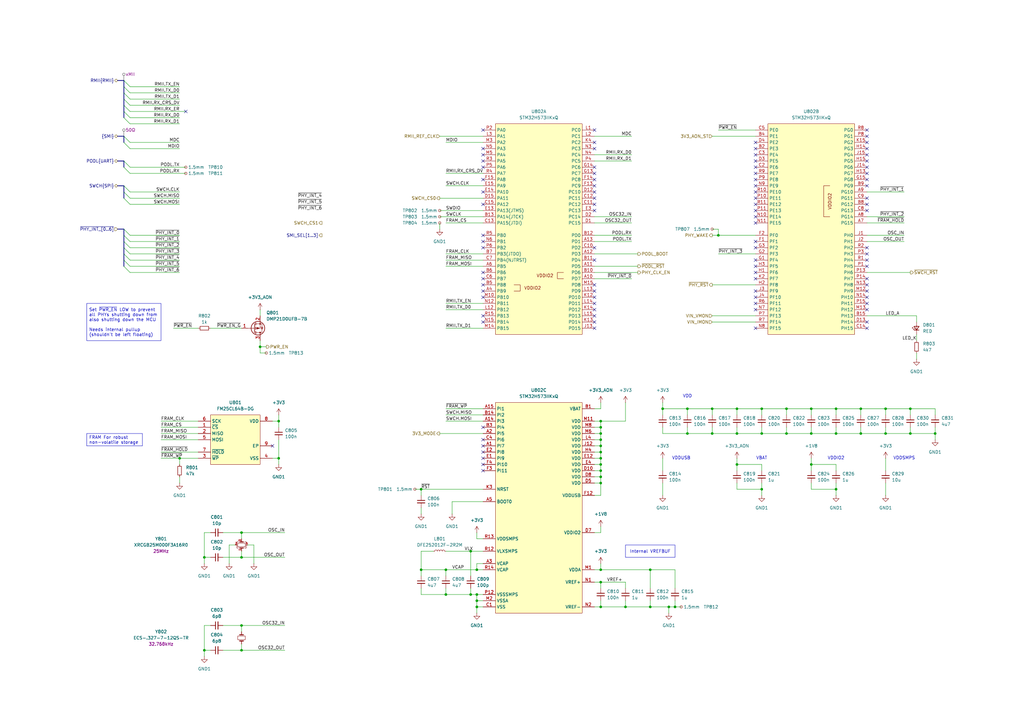
<source format=kicad_sch>
(kicad_sch (version 20250114) (generator "eeschema") (generator_version "9.0")
  (paper "A3")
  (title_block (title "Primary MCU") (comment 3 "It also runs algorithms like MSTP.") (comment 4 "This microcontroller is responsible for managing the ethernet switch and PHYs."))
  (lib_symbols
    (symbol "Connector:TestPoint_Small" (pin_numbers (hide yes)) (pin_names (offset 0.762) (hide yes))
      (property "Reference" "TP" (at 0 3.81 0))
      (property "Value" "TestPoint_Small" (at 0 2.032 0))
      (symbol "TestPoint_Small_1_1"
        (pin passive line (at 0 0 90) (length 0) (name "1") (number "1"))
      )
    )
    (symbol "Device:C_Small" (pin_numbers (hide yes)) (pin_names (offset 0.254) (hide yes))
      (property "Reference" "C" (at 0.254 1.778 0))
      (property "Value" "C_Small" (at 0.254 -2.032 0))
      (symbol "C_Small_1_1"
        (pin passive line (at 0 2.54 270) (length 2.032) (name "~") (number "1"))
        (pin passive line (at 0 -2.54 90) (length 2.032) (name "~") (number "2"))
      )
    )
    (symbol "Device:Crystal_GND24_Small" (pin_names (offset 1.016) (hide yes))
      (property "Reference" "Y" (at 1.27 4.445 0))
      (property "Value" "Crystal_GND24_Small" (at 1.27 2.54 0))
      (symbol "Crystal_GND24_Small_1_1"
        (pin passive line (at -2.54 0 0) (length 1.27) (name "1") (number "1"))
        (pin passive line (at 0 2.54 270) (length 0.635) (name "4") (number "4"))
        (pin passive line (at 0 -2.54 90) (length 0.635) (name "2") (number "2"))
        (pin passive line (at 2.54 0 180) (length 1.27) (name "3") (number "3"))
      )
    )
    (symbol "Device:Crystal_Small" (pin_numbers (hide yes)) (pin_names (offset 1.016) (hide yes))
      (property "Reference" "Y" (at 0 2.54 0))
      (property "Value" "Crystal_Small" (at 0 -2.54 0))
      (symbol "Crystal_Small_1_1"
        (pin passive line (at -2.54 0 0) (length 1.27) (name "1") (number "1"))
        (pin passive line (at 2.54 0 180) (length 1.27) (name "2") (number "2"))
      )
    )
    (symbol "Device:LED_Small" (pin_numbers (hide yes)) (pin_names (offset 0.254) (hide yes))
      (property "Reference" "D" (at -1.27 3.175 0))
      (property "Value" "LED_Small" (at -4.445 -2.54 0))
      (symbol "LED_Small_1_1"
        (pin passive line (at -2.54 0 0) (length 1.778) (name "K") (number "1"))
        (pin passive line (at 2.54 0 180) (length 1.778) (name "A") (number "2"))
      )
    )
    (symbol "Device:L_Small" (pin_numbers (hide yes)) (pin_names (offset 0.254) (hide yes))
      (property "Reference" "L" (at 0.762 1.016 0))
      (property "Value" "L_Small" (at 0.762 -1.016 0))
      (symbol "L_Small_1_1"
        (pin passive line (at 0 2.54 270) (length 0.508) (name "~") (number "1"))
        (pin passive line (at 0 -2.54 90) (length 0.508) (name "~") (number "2"))
      )
    )
    (symbol "Device:R_Small" (pin_numbers (hide yes)) (pin_names (offset 0.254) (hide yes))
      (property "Reference" "R" (at 0 0 90))
      (property "Value" "R_Small" (at 1.778 0 90))
      (symbol "R_Small_1_1"
        (pin passive line (at 0 2.54 270) (length 0.762) (name "~") (number "1"))
        (pin passive line (at 0 -2.54 90) (length 0.762) (name "~") (number "2"))
      )
    )
    (symbol "FRAM:FM25CL64B-DG"
      (property "Reference" "U" (at 0 5.08 0))
      (property "Value" "FM25CL64B-DG" (at 0 2.54 0))
      (symbol "FM25CL64B-DG_1_1"
        (pin input line (at -15.24 -2.54 0) (length 5.08) (name "SCK") (number "6"))
        (pin input line (at -15.24 -5.08 0) (length 5.08) (name "~{CS}") (number "1"))
        (pin output line (at -15.24 -7.62 0) (length 5.08) (name "MISO") (number "2"))
        (pin input line (at -15.24 -10.16 0) (length 5.08) (name "MOSI") (number "5"))
        (pin input line (at -15.24 -15.24 0) (length 5.08) (name "~{HOLD}") (number "7"))
        (pin input line (at -15.24 -17.78 0) (length 5.08) (name "~{WP}") (number "3"))
        (pin power_in line (at 15.24 -2.54 180) (length 5.08) (name "VDD") (number "8"))
        (pin passive line (at 15.24 -12.7 180) (length 5.08) (name "EP") (number "9"))
        (pin power_in line (at 15.24 -17.78 180) (length 5.08) (name "VSS") (number "4"))
      )
    )
    (symbol "MOSFET:DMP21D0UFB-7B" (pin_names (hide yes))
      (property "Reference" "Q" (at 3.81 2.54 0))
      (property "Value" "DMP21D0UFB-7B" (at 3.81 0 0))
      (symbol "DMP21D0UFB-7B_1_1"
        (pin input line (at -7.62 0 0) (length 2.54) (name "G") (number "1"))
        (pin passive line (at 0 5.08 270) (length 2.54) (name "D") (number "3"))
        (pin passive line (at 0 -5.08 90) (length 2.54) (name "S") (number "2"))
      )
    )
    (symbol "PWR-SYM:+3V3_AON" (power) (pin_numbers (hide yes)) (pin_names (offset 0) (hide yes))
      (property "Value" "+3V3_AON" (at 0 3.556 0))
      (symbol "+3V3_AON_1_1"
        (pin power_in line (at 0 0 90) (length 0) (name "~") (number "1"))
      )
    )
    (symbol "STM32:STM32H573IIKxQ"
      (property "Reference" "U" (at 0 5.08 0))
      (property "Value" "STM32H573IIKxQ" (at 0 2.54 0))
      (symbol "STM32H573IIKxQ_1_1"
        (text "VDDIO2" (at -2.54 -67.31 0) (effects (font (size 1.27 1.27))))
        (text "VDDIO2" (at 2.54 -62.23 0) (effects (font (size 1.27 1.27))))
        (pin bidirectional line (at -22.86 -2.54 0) (length 5.08) (name "PA0") (number "P2"))
        (pin bidirectional line (at -22.86 -5.08 0) (length 5.08) (name "PA1") (number "L3"))
        (pin bidirectional line (at -22.86 -7.62 0) (length 5.08) (name "PA2") (number "M3"))
        (pin bidirectional line (at -22.86 -10.16 0) (length 5.08) (name "PA3") (number "N5"))
        (pin bidirectional line (at -22.86 -12.7 0) (length 5.08) (name "PA4") (number "M5"))
        (pin bidirectional line (at -22.86 -15.24 0) (length 5.08) (name "PA5") (number "R3"))
        (pin bidirectional line (at -22.86 -17.78 0) (length 5.08) (name "PA6") (number "P5"))
        (pin bidirectional line (at -22.86 -20.32 0) (length 5.08) (name "PA7") (number "R4"))
        (pin bidirectional line (at -22.86 -22.86 0) (length 5.08) (name "PA8") (number "F15"))
        (pin bidirectional line (at -22.86 -25.4 0) (length 5.08) (name "PA9") (number "E15"))
        (pin bidirectional line (at -22.86 -27.94 0) (length 5.08) (name "PA10") (number "E14"))
        (pin bidirectional line (at -22.86 -30.48 0) (length 5.08) (name "PA11") (number "D15"))
        (pin bidirectional line (at -22.86 -33.02 0) (length 5.08) (name "PA12") (number "C15"))
        (pin bidirectional line (at -22.86 -35.56 0) (length 5.08) (name "PA13(JTMS)") (number "E13"))
        (pin bidirectional line (at -22.86 -38.1 0) (length 5.08) (name "PA14(JTCK)") (number "B13"))
        (pin bidirectional line (at -22.86 -40.64 0) (length 5.08) (name "PA15(JTDI)") (number "C13"))
        (pin bidirectional line (at -22.86 -45.72 0) (length 5.08) (name "PB0") (number "R5"))
        (pin bidirectional line (at -22.86 -48.26 0) (length 5.08) (name "PB1") (number "N6"))
        (pin bidirectional line (at -22.86 -50.8 0) (length 5.08) (name "PB2") (number "P6"))
        (pin bidirectional line (at -22.86 -53.34 0) (length 5.08) (name "PB3(JTDO)") (number "B7"))
        (pin bidirectional line (at -22.86 -55.88 0) (length 5.08) (name "PB4(NJTRST)") (number "C7"))
        (pin bidirectional line (at -22.86 -58.42 0) (length 5.08) (name "PB5") (number "A6"))
        (pin bidirectional line (at -22.86 -60.96 0) (length 5.08) (name "PB6") (number "B6"))
        (pin bidirectional line (at -22.86 -63.5 0) (length 5.08) (name "PB7") (number "C6"))
        (pin bidirectional line (at -22.86 -66.04 0) (length 5.08) (name "PB8") (number "B5"))
        (pin bidirectional line (at -22.86 -68.58 0) (length 5.08) (name "PB9") (number "A4"))
        (pin bidirectional line (at -22.86 -71.12 0) (length 5.08) (name "PB10") (number "M10"))
        (pin bidirectional line (at -22.86 -73.66 0) (length 5.08) (name "PB11") (number "N12"))
        (pin bidirectional line (at -22.86 -76.2 0) (length 5.08) (name "PB12") (number "L12"))
        (pin bidirectional line (at -22.86 -78.74 0) (length 5.08) (name "PB13") (number "R15"))
        (pin bidirectional line (at -22.86 -81.28 0) (length 5.08) (name "PB14") (number "N15"))
        (pin bidirectional line (at -22.86 -83.82 0) (length 5.08) (name "PB15") (number "M14"))
        (pin bidirectional line (at 22.86 -2.54 180) (length 5.08) (name "PC0") (number "L1"))
        (pin bidirectional line (at 22.86 -5.08 180) (length 5.08) (name "PC1") (number "L2"))
        (pin bidirectional line (at 22.86 -7.62 180) (length 5.08) (name "PC2") (number "K4"))
        (pin bidirectional line (at 22.86 -10.16 180) (length 5.08) (name "PC3") (number "N3"))
        (pin bidirectional line (at 22.86 -12.7 180) (length 5.08) (name "PC4") (number "N4"))
        (pin bidirectional line (at 22.86 -15.24 180) (length 5.08) (name "PC5") (number "P4"))
        (pin bidirectional line (at 22.86 -17.78 180) (length 5.08) (name "PC6") (number "G14"))
        (pin bidirectional line (at 22.86 -20.32 180) (length 5.08) (name "PC7") (number "G13"))
        (pin bidirectional line (at 22.86 -22.86 180) (length 5.08) (name "PC8") (number "F14"))
        (pin bidirectional line (at 22.86 -25.4 180) (length 5.08) (name "PC9") (number "F13"))
        (pin bidirectional line (at 22.86 -27.94 180) (length 5.08) (name "PC10") (number "D12"))
        (pin bidirectional line (at 22.86 -30.48 180) (length 5.08) (name "PC11") (number "C12"))
        (pin bidirectional line (at 22.86 -33.02 180) (length 5.08) (name "PC12") (number "C11"))
        (pin bidirectional line (at 22.86 -35.56 180) (length 5.08) (name "PC13") (number "E3"))
        (pin bidirectional line (at 22.86 -38.1 180) (length 5.08) (name "PC14") (number "D2"))
        (pin bidirectional line (at 22.86 -40.64 180) (length 5.08) (name "PC15") (number "D1"))
        (pin bidirectional line (at 22.86 -45.72 180) (length 5.08) (name "PD0") (number "B12"))
        (pin bidirectional line (at 22.86 -48.26 180) (length 5.08) (name "PD1") (number "A13"))
        (pin bidirectional line (at 22.86 -50.8 180) (length 5.08) (name "PD2") (number "C10"))
        (pin bidirectional line (at 22.86 -53.34 180) (length 5.08) (name "PD3") (number "A12"))
        (pin bidirectional line (at 22.86 -55.88 180) (length 5.08) (name "PD4") (number "B11"))
        (pin bidirectional line (at 22.86 -58.42 180) (length 5.08) (name "PD5") (number "A11"))
        (pin bidirectional line (at 22.86 -60.96 180) (length 5.08) (name "PD6") (number "B10"))
        (pin bidirectional line (at 22.86 -63.5 180) (length 5.08) (name "PD7") (number "A10"))
        (pin bidirectional line (at 22.86 -66.04 180) (length 5.08) (name "PD8") (number "M15"))
        (pin bidirectional line (at 22.86 -68.58 180) (length 5.08) (name "PD9") (number "L13"))
        (pin bidirectional line (at 22.86 -71.12 180) (length 5.08) (name "PD10") (number "K12"))
        (pin bidirectional line (at 22.86 -73.66 180) (length 5.08) (name "PD11") (number "L14"))
        (pin bidirectional line (at 22.86 -76.2 180) (length 5.08) (name "PD12") (number "K14"))
        (pin bidirectional line (at 22.86 -78.74 180) (length 5.08) (name "PD13") (number "L15"))
        (pin bidirectional line (at 22.86 -81.28 180) (length 5.08) (name "PD14") (number "K13"))
        (pin bidirectional line (at 22.86 -83.82 180) (length 5.08) (name "PD15") (number "J13"))
      )
      (symbol "STM32H573IIKxQ_2_1"
        (text "VDDIO2" (at 7.62 -31.75 900) (effects (font (size 1.27 1.27))))
        (pin bidirectional line (at -22.86 -2.54 0) (length 5.08) (name "PE0") (number "C5"))
        (pin bidirectional line (at -22.86 -5.08 0) (length 5.08) (name "PE1") (number "B4"))
        (pin bidirectional line (at -22.86 -7.62 0) (length 5.08) (name "PE2") (number "D4"))
        (pin bidirectional line (at -22.86 -10.16 0) (length 5.08) (name "PE3") (number "B2"))
        (pin bidirectional line (at -22.86 -12.7 0) (length 5.08) (name "PE4") (number "C3"))
        (pin bidirectional line (at -22.86 -15.24 0) (length 5.08) (name "PE5") (number "D3"))
        (pin bidirectional line (at -22.86 -17.78 0) (length 5.08) (name "PE6") (number "C2"))
        (pin bidirectional line (at -22.86 -20.32 0) (length 5.08) (name "PE7") (number "R9"))
        (pin bidirectional line (at -22.86 -22.86 0) (length 5.08) (name "PE8") (number "P9"))
        (pin bidirectional line (at -22.86 -25.4 0) (length 5.08) (name "PE9") (number "N9"))
        (pin bidirectional line (at -22.86 -27.94 0) (length 5.08) (name "PE10") (number "R10"))
        (pin bidirectional line (at -22.86 -30.48 0) (length 5.08) (name "PE11") (number "P10"))
        (pin bidirectional line (at -22.86 -33.02 0) (length 5.08) (name "PE12") (number "R11"))
        (pin bidirectional line (at -22.86 -35.56 0) (length 5.08) (name "PE13") (number "P11"))
        (pin bidirectional line (at -22.86 -38.1 0) (length 5.08) (name "PE14") (number "N10"))
        (pin bidirectional line (at -22.86 -40.64 0) (length 5.08) (name "PE15") (number "N11"))
        (pin bidirectional line (at -22.86 -45.72 0) (length 5.08) (name "PF0") (number "F2"))
        (pin bidirectional line (at -22.86 -48.26 0) (length 5.08) (name "PF1") (number "F1"))
        (pin bidirectional line (at -22.86 -50.8 0) (length 5.08) (name "PF2") (number "G3"))
        (pin bidirectional line (at -22.86 -53.34 0) (length 5.08) (name "PF3") (number "G2"))
        (pin bidirectional line (at -22.86 -55.88 0) (length 5.08) (name "PF4") (number "G1"))
        (pin bidirectional line (at -22.86 -58.42 0) (length 5.08) (name "PF5") (number "H3"))
        (pin bidirectional line (at -22.86 -60.96 0) (length 5.08) (name "PF6") (number "H1"))
        (pin bidirectional line (at -22.86 -63.5 0) (length 5.08) (name "PF7") (number "K2"))
        (pin bidirectional line (at -22.86 -66.04 0) (length 5.08) (name "PF8") (number "H2"))
        (pin bidirectional line (at -22.86 -68.58 0) (length 5.08) (name "PF9") (number "J3"))
        (pin bidirectional line (at -22.86 -71.12 0) (length 5.08) (name "PF10") (number "J4"))
        (pin bidirectional line (at -22.86 -73.66 0) (length 5.08) (name "PF11") (number "R6"))
        (pin bidirectional line (at -22.86 -76.2 0) (length 5.08) (name "PF12") (number "N7"))
        (pin bidirectional line (at -22.86 -78.74 0) (length 5.08) (name "PF13") (number "P7"))
        (pin bidirectional line (at -22.86 -81.28 0) (length 5.08) (name "PF14") (number "R7"))
        (pin bidirectional line (at -22.86 -83.82 0) (length 5.08) (name "PF15") (number "N8"))
        (pin bidirectional line (at 22.86 -2.54 180) (length 5.08) (name "PG0") (number "R8"))
        (pin bidirectional line (at 22.86 -5.08 180) (length 5.08) (name "PG1") (number "P8"))
        (pin bidirectional line (at 22.86 -7.62 180) (length 5.08) (name "PG2") (number "K15"))
        (pin bidirectional line (at 22.86 -10.16 180) (length 5.08) (name "PG3") (number "H14"))
        (pin bidirectional line (at 22.86 -12.7 180) (length 5.08) (name "PG4") (number "J15"))
        (pin bidirectional line (at 22.86 -15.24 180) (length 5.08) (name "PG5") (number "H15"))
        (pin bidirectional line (at 22.86 -17.78 180) (length 5.08) (name "PG6") (number "J14"))
        (pin bidirectional line (at 22.86 -20.32 180) (length 5.08) (name "PG7") (number "H13"))
        (pin bidirectional line (at 22.86 -22.86 180) (length 5.08) (name "PG8") (number "G15"))
        (pin bidirectional line (at 22.86 -25.4 180) (length 5.08) (name "PG9") (number "B9"))
        (pin bidirectional line (at 22.86 -27.94 180) (length 5.08) (name "PG10") (number "A9"))
        (pin bidirectional line (at 22.86 -30.48 180) (length 5.08) (name "PG11") (number "C9"))
        (pin bidirectional line (at 22.86 -33.02 180) (length 5.08) (name "PG12") (number "B8"))
        (pin bidirectional line (at 22.86 -35.56 180) (length 5.08) (name "PG13") (number "C8"))
        (pin bidirectional line (at 22.86 -38.1 180) (length 5.08) (name "PG14") (number "A8"))
        (pin bidirectional line (at 22.86 -40.64 180) (length 5.08) (name "PG15") (number "A7"))
        (pin bidirectional line (at 22.86 -45.72 180) (length 5.08) (name "PH0") (number "J1"))
        (pin bidirectional line (at 22.86 -48.26 180) (length 5.08) (name "PH1") (number "J2"))
        (pin bidirectional line (at 22.86 -50.8 180) (length 5.08) (name "PH2") (number "R2"))
        (pin bidirectional line (at 22.86 -53.34 180) (length 5.08) (name "PH3") (number "P3"))
        (pin bidirectional line (at 22.86 -55.88 180) (length 5.08) (name "PH4") (number "R1"))
        (pin bidirectional line (at 22.86 -58.42 180) (length 5.08) (name "PH5") (number "P1"))
        (pin bidirectional line (at 22.86 -60.96 180) (length 5.08) (name "PH6") (number "P13"))
        (pin bidirectional line (at 22.86 -63.5 180) (length 5.08) (name "PH7") (number "P14"))
        (pin bidirectional line (at 22.86 -66.04 180) (length 5.08) (name "PH8") (number "N13"))
        (pin bidirectional line (at 22.86 -68.58 180) (length 5.08) (name "PH9") (number "M12"))
        (pin bidirectional line (at 22.86 -71.12 180) (length 5.08) (name "PH10") (number "N14"))
        (pin bidirectional line (at 22.86 -73.66 180) (length 5.08) (name "PH11") (number "P15"))
        (pin bidirectional line (at 22.86 -76.2 180) (length 5.08) (name "PH12") (number "M13"))
        (pin bidirectional line (at 22.86 -78.74 180) (length 5.08) (name "PH13") (number "B15"))
        (pin bidirectional line (at 22.86 -81.28 180) (length 5.08) (name "PH14") (number "D13"))
        (pin bidirectional line (at 22.86 -83.82 180) (length 5.08) (name "PH15") (number "C14"))
      )
      (symbol "STM32H573IIKxQ_3_1"
        (pin bidirectional line (at -22.86 -2.54 0) (length 5.08) (name "PI1") (number "A15"))
        (pin bidirectional line (at -22.86 -5.08 0) (length 5.08) (name "PI2") (number "B14"))
        (pin bidirectional line (at -22.86 -7.62 0) (length 5.08) (name "PI3") (number "A14"))
        (pin bidirectional line (at -22.86 -10.16 0) (length 5.08) (name "PI4") (number "B3"))
        (pin bidirectional line (at -22.86 -12.7 0) (length 5.08) (name "PI5") (number "A2"))
        (pin bidirectional line (at -22.86 -15.24 0) (length 5.08) (name "PI6") (number "C4"))
        (pin bidirectional line (at -22.86 -17.78 0) (length 5.08) (name "PI7") (number "A1"))
        (pin bidirectional line (at -22.86 -20.32 0) (length 5.08) (name "PI8") (number "E2"))
        (pin bidirectional line (at -22.86 -22.86 0) (length 5.08) (name "PI9") (number "E1"))
        (pin bidirectional line (at -22.86 -25.4 0) (length 5.08) (name "PI10") (number "F4"))
        (pin bidirectional line (at -22.86 -27.94 0) (length 5.08) (name "PI11") (number "F3"))
        (pin input line (at -22.86 -35.56 0) (length 5.08) (name "NRST") (number "K3"))
        (pin input line (at -22.86 -40.64 0) (length 5.08) (name "BOOT0") (number "A5"))
        (pin power_in line (at -22.86 -55.88 0) (length 5.08) (name "VDDSMPS") (number "R13"))
        (pin power_out line (at -22.86 -60.96 0) (length 5.08) (name "VLXSMPS") (number "R12"))
        (pin power_in line (at -22.86 -66.04 0) (length 5.08) (name "VCAP") (number "A3"))
        (pin power_in line (at -22.86 -68.58 0) (length 5.08) (name "VCAP") (number "R14"))
        (pin power_in line (at -22.86 -78.74 0) (length 5.08) (name "VSSSMPS") (number "P12"))
        (pin power_in line (at -22.86 -81.28 0) (length 5.08) (name "VSSA") (number "M2"))
        (pin passive line (at -22.86 -83.82 0) (length 5.08) (name "VSS") (number "C1"))
        (pin passive line (at -22.86 -83.82 0) (length 5.08) (hide yes) (name "VSS") (number "D11"))
        (pin passive line (at -22.86 -83.82 0) (length 5.08) (hide yes) (name "VSS") (number "D14"))
        (pin passive line (at -22.86 -83.82 0) (length 5.08) (hide yes) (name "VSS") (number "D6"))
        (pin passive line (at -22.86 -83.82 0) (length 5.08) (hide yes) (name "VSS") (number "D9"))
        (pin passive line (at -22.86 -83.82 0) (length 5.08) (hide yes) (name "VSS") (number "F10"))
        (pin passive line (at -22.86 -83.82 0) (length 5.08) (hide yes) (name "VSS") (number "F6"))
        (pin passive line (at -22.86 -83.82 0) (length 5.08) (hide yes) (name "VSS") (number "F7"))
        (pin passive line (at -22.86 -83.82 0) (length 5.08) (hide yes) (name "VSS") (number "F8"))
        (pin passive line (at -22.86 -83.82 0) (length 5.08) (hide yes) (name "VSS") (number "F9"))
        (pin passive line (at -22.86 -83.82 0) (length 5.08) (hide yes) (name "VSS") (number "G10"))
        (pin passive line (at -22.86 -83.82 0) (length 5.08) (hide yes) (name "VSS") (number "G12"))
        (pin passive line (at -22.86 -83.82 0) (length 5.08) (hide yes) (name "VSS") (number "G4"))
        (pin passive line (at -22.86 -83.82 0) (length 5.08) (hide yes) (name "VSS") (number "G6"))
        (pin passive line (at -22.86 -83.82 0) (length 5.08) (hide yes) (name "VSS") (number "G7"))
        (pin passive line (at -22.86 -83.82 0) (length 5.08) (hide yes) (name "VSS") (number "G8"))
        (pin passive line (at -22.86 -83.82 0) (length 5.08) (hide yes) (name "VSS") (number "G9"))
        (pin passive line (at -22.86 -83.82 0) (length 5.08) (hide yes) (name "VSS") (number "H10"))
        (pin passive line (at -22.86 -83.82 0) (length 5.08) (hide yes) (name "VSS") (number "H12"))
        (pin passive line (at -22.86 -83.82 0) (length 5.08) (hide yes) (name "VSS") (number "H6"))
        (pin passive line (at -22.86 -83.82 0) (length 5.08) (hide yes) (name "VSS") (number "H7"))
        (pin passive line (at -22.86 -83.82 0) (length 5.08) (hide yes) (name "VSS") (number "H8"))
        (pin passive line (at -22.86 -83.82 0) (length 5.08) (hide yes) (name "VSS") (number "H9"))
        (pin passive line (at -22.86 -83.82 0) (length 5.08) (hide yes) (name "VSS") (number "J10"))
        (pin passive line (at -22.86 -83.82 0) (length 5.08) (hide yes) (name "VSS") (number "J6"))
        (pin passive line (at -22.86 -83.82 0) (length 5.08) (hide yes) (name "VSS") (number "J7"))
        (pin passive line (at -22.86 -83.82 0) (length 5.08) (hide yes) (name "VSS") (number "J8"))
        (pin passive line (at -22.86 -83.82 0) (length 5.08) (hide yes) (name "VSS") (number "J9"))
        (pin passive line (at -22.86 -83.82 0) (length 5.08) (hide yes) (name "VSS") (number "K1"))
        (pin passive line (at -22.86 -83.82 0) (length 5.08) (hide yes) (name "VSS") (number "K10"))
        (pin passive line (at -22.86 -83.82 0) (length 5.08) (hide yes) (name "VSS") (number "K6"))
        (pin passive line (at -22.86 -83.82 0) (length 5.08) (hide yes) (name "VSS") (number "K7"))
        (pin passive line (at -22.86 -83.82 0) (length 5.08) (hide yes) (name "VSS") (number "K8"))
        (pin passive line (at -22.86 -83.82 0) (length 5.08) (hide yes) (name "VSS") (number "K9"))
        (pin passive line (at -22.86 -83.82 0) (length 5.08) (hide yes) (name "VSS") (number "M4"))
        (pin passive line (at -22.86 -83.82 0) (length 5.08) (hide yes) (name "VSS") (number "M7"))
        (pin passive line (at -22.86 -83.82 0) (length 5.08) (hide yes) (name "VSS") (number "M9"))
        (pin power_in line (at 22.86 -2.54 180) (length 5.08) (name "VBAT") (number "B1"))
        (pin power_in line (at 22.86 -7.62 180) (length 5.08) (name "VDD") (number "M11"))
        (pin power_in line (at 22.86 -10.16 180) (length 5.08) (name "VDD") (number "M8"))
        (pin power_in line (at 22.86 -12.7 180) (length 5.08) (name "VDD") (number "M6"))
        (pin power_in line (at 22.86 -15.24 180) (length 5.08) (name "VDD") (number "L4"))
        (pin power_in line (at 22.86 -17.78 180) (length 5.08) (name "VDD") (number "J12"))
        (pin power_in line (at 22.86 -20.32 180) (length 5.08) (name "VDD") (number "H4"))
        (pin power_in line (at 22.86 -22.86 180) (length 5.08) (name "VDD") (number "E12"))
        (pin power_in line (at 22.86 -25.4 180) (length 5.08) (name "VDD") (number "E4"))
        (pin power_in line (at 22.86 -27.94 180) (length 5.08) (name "VDD") (number "D10"))
        (pin power_in line (at 22.86 -30.48 180) (length 5.08) (name "VDD") (number "D8"))
        (pin power_in line (at 22.86 -33.02 180) (length 5.08) (name "VDD") (number "D5"))
        (pin power_in line (at 22.86 -38.1 180) (length 5.08) (name "VDDUSB") (number "F12"))
        (pin power_in line (at 22.86 -53.34 180) (length 5.08) (name "VDDIO2") (number "D7"))
        (pin power_in line (at 22.86 -68.58 180) (length 5.08) (name "VDDA") (number "M1"))
        (pin input line (at 22.86 -73.66 180) (length 5.08) (name "VREF+") (number "N1"))
        (pin input line (at 22.86 -83.82 180) (length 5.08) (name "VREF-") (number "N2"))
      )
    )
    (symbol "power:+1V8" (power) (pin_numbers (hide yes)) (pin_names (offset 0) (hide yes))
      (property "Value" "+1V8" (at 0 3.556 0))
      (symbol "+1V8_1_1"
        (pin power_in line (at 0 0 90) (length 0) (name "~") (number "1"))
      )
    )
    (symbol "power:+3V3" (power) (pin_numbers (hide yes)) (pin_names (offset 0) (hide yes))
      (property "Value" "+3V3" (at 0 3.556 0))
      (symbol "+3V3_1_1"
        (pin power_in line (at 0 0 90) (length 0) (name "~") (number "1"))
      )
    )
    (symbol "power:GND1" (power) (pin_numbers (hide yes)) (pin_names (offset 0) (hide yes))
      (property "Value" "GND1" (at 0 -3.81 0))
      (symbol "GND1_1_1"
        (pin power_in line (at 0 0 270) (length 0) (name "~") (number "1"))
      )
    )
  )
  (text "VBAT" (at 312.42 187.96 0) (effects (font (size 1.27 1.27))))
  (text "VDDSMPS" (at 370.84 187.96 0) (effects (font (size 1.27 1.27))))
  (text "VDDIO2" (at 342.9 187.96 0) (effects (font (size 1.27 1.27))))
  (text "VDDUSB" (at 279.4 187.96 0) (effects (font (size 1.27 1.27))))
  (text "VDD" (at 281.94 162.56 0) (effects (font (size 1.27 1.27))))
  (text_box "FRAM For robust non-volatile storage" (at 35.56 177.8 0) (size 22.86 5.08) (margins 0.9525 0.9525 0.9525 0.9525) (effects (font (size 1.27 1.27)) (justify left)))
  (text_box "Internal VREFBUF" (at 256.54 223.52 0) (size 20.32 5.08) (margins 0.9525 0.9525 0.9525 0.9525) (effects (font (size 1.27 1.27))))
  (text_box "Set ~{PWR_EN} LOW to prevent all PHYs shutting down from also shutting down the MCU\n\nNeeds internal pullup (shouldn't be left floating)" (at 35.56 124.46 0) (size 30.48 15.24) (margins 0.9525 0.9525 0.9525 0.9525) (effects (font (size 1.27 1.27)) (justify left)))
  (junction (at 246.38 187.96))
  (junction (at 312.42 200.66))
  (junction (at 281.94 177.8))
  (junction (at 294.64 96.52))
  (junction (at 195.58 248.92))
  (junction (at 302.26 177.8))
  (junction (at 193.04 243.84))
  (junction (at 246.38 172.72))
  (junction (at 99.06 228.6))
  (junction (at 246.38 185.42))
  (junction (at 342.9 200.66))
  (junction (at 373.38 177.8))
  (junction (at 195.58 233.68))
  (junction (at 363.22 167.64))
  (junction (at 99.06 218.44))
  (junction (at 302.26 167.64))
  (junction (at 246.38 248.92))
  (junction (at 383.54 177.8))
  (junction (at 246.38 195.58))
  (junction (at 246.38 177.8))
  (junction (at 312.42 167.64))
  (junction (at 271.78 167.64))
  (junction (at 292.1 177.8))
  (junction (at 256.54 248.92))
  (junction (at 246.38 175.26))
  (junction (at 246.38 238.76))
  (junction (at 246.38 180.34))
  (junction (at 353.06 177.8))
  (junction (at 114.3 172.72))
  (junction (at 73.66 187.96))
  (junction (at 322.58 167.64))
  (junction (at 266.7 233.68))
  (junction (at 332.74 177.8))
  (junction (at 276.86 248.92))
  (junction (at 246.38 193.04))
  (junction (at 302.26 190.5))
  (junction (at 193.04 226.06))
  (junction (at 172.72 200.66))
  (junction (at 83.82 228.6))
  (junction (at 353.06 167.64))
  (junction (at 292.1 167.64))
  (junction (at 114.3 187.96))
  (junction (at 182.88 233.68))
  (junction (at 83.82 266.7))
  (junction (at 106.68 142.24))
  (junction (at 246.38 198.12))
  (junction (at 312.42 177.8))
  (junction (at 195.58 243.84))
  (junction (at 246.38 233.68))
  (junction (at 182.88 243.84))
  (junction (at 373.38 167.64))
  (junction (at 322.58 177.8))
  (junction (at 99.06 266.7))
  (junction (at 172.72 233.68))
  (junction (at 246.38 182.88))
  (junction (at 195.58 246.38))
  (junction (at 342.9 177.8))
  (junction (at 332.74 190.5))
  (junction (at 246.38 190.5))
  (junction (at 281.94 167.64))
  (junction (at 332.74 167.64))
  (junction (at 266.7 248.92))
  (junction (at 363.22 177.8))
  (junction (at 342.9 167.64))
  (junction (at 274.32 248.92))
  (junction (at 99.06 256.54))
  (no_connect (at 243.84 73.66))
  (no_connect (at 243.84 119.38))
  (no_connect (at 355.6 104.14))
  (no_connect (at 243.84 83.82))
  (no_connect (at 198.12 63.5))
  (no_connect (at 309.88 58.42))
  (no_connect (at 243.84 81.28))
  (no_connect (at 198.12 182.88))
  (no_connect (at 355.6 119.38))
  (no_connect (at 309.88 78.74))
  (no_connect (at 309.88 119.38))
  (no_connect (at 309.88 114.3))
  (no_connect (at 355.6 73.66))
  (no_connect (at 309.88 68.58))
  (no_connect (at 198.12 73.66))
  (no_connect (at 198.12 60.96))
  (no_connect (at 198.12 68.58))
  (no_connect (at 243.84 53.34))
  (no_connect (at 355.6 63.5))
  (no_connect (at 198.12 187.96))
  (no_connect (at 243.84 71.12))
  (no_connect (at 243.84 106.68))
  (no_connect (at 309.88 121.92))
  (no_connect (at 243.84 129.54))
  (no_connect (at 243.84 127))
  (no_connect (at 198.12 78.74))
  (no_connect (at 355.6 106.68))
  (no_connect (at 309.88 124.46))
  (no_connect (at 198.12 53.34))
  (no_connect (at 309.88 106.68))
  (no_connect (at 243.84 121.92))
  (no_connect (at 309.88 81.28))
  (no_connect (at 309.88 63.5))
  (no_connect (at 198.12 190.5))
  (no_connect (at 76.2 45.72))
  (no_connect (at 198.12 114.3))
  (no_connect (at 309.88 111.76))
  (no_connect (at 198.12 185.42))
  (no_connect (at 243.84 101.6))
  (no_connect (at 309.88 66.04))
  (no_connect (at 309.88 60.96))
  (no_connect (at 198.12 180.34))
  (no_connect (at 309.88 76.2))
  (no_connect (at 198.12 175.26))
  (no_connect (at 243.84 60.96))
  (no_connect (at 355.6 127))
  (no_connect (at 355.6 83.82))
  (no_connect (at 198.12 99.06))
  (no_connect (at 111.76 182.88))
  (no_connect (at 309.88 101.6))
  (no_connect (at 243.84 132.08))
  (no_connect (at 198.12 66.04))
  (no_connect (at 243.84 134.62))
  (no_connect (at 355.6 86.36))
  (no_connect (at 198.12 83.82))
  (no_connect (at 243.84 78.74))
  (no_connect (at 355.6 81.28))
  (no_connect (at 309.88 109.22))
  (no_connect (at 243.84 86.36))
  (no_connect (at 198.12 101.6))
  (no_connect (at 355.6 116.84))
  (no_connect (at 243.84 68.58))
  (no_connect (at 309.88 86.36))
  (no_connect (at 355.6 134.62))
  (no_connect (at 355.6 101.6))
  (no_connect (at 309.88 71.12))
  (no_connect (at 198.12 119.38))
  (no_connect (at 243.84 124.46))
  (no_connect (at 198.12 116.84))
  (no_connect (at 309.88 134.62))
  (no_connect (at 198.12 132.08))
  (no_connect (at 198.12 193.04))
  (no_connect (at 309.88 88.9))
  (no_connect (at 355.6 114.3))
  (no_connect (at 355.6 121.92))
  (no_connect (at 355.6 132.08))
  (no_connect (at 355.6 66.04))
  (no_connect (at 355.6 53.34))
  (no_connect (at 355.6 55.88))
  (no_connect (at 198.12 96.52))
  (no_connect (at 355.6 76.2))
  (no_connect (at 243.84 58.42))
  (no_connect (at 355.6 68.58))
  (no_connect (at 309.88 127))
  (no_connect (at 309.88 99.06))
  (no_connect (at 355.6 124.46))
  (no_connect (at 355.6 60.96))
  (no_connect (at 355.6 71.12))
  (no_connect (at 198.12 111.76))
  (no_connect (at 198.12 129.54))
  (no_connect (at 309.88 73.66))
  (no_connect (at 243.84 116.84))
  (no_connect (at 309.88 91.44))
  (no_connect (at 309.88 83.82))
  (no_connect (at 355.6 109.22))
  (no_connect (at 355.6 58.42))
  (no_connect (at 243.84 76.2))
  (no_connect (at 198.12 121.92))
  (bus_entry (at 50.8 68.58) (size 2.54 2.54))
  (bus_entry (at 50.8 48.26) (size 2.54 2.54))
  (bus_entry (at 50.8 76.2) (size 2.54 2.54))
  (bus_entry (at 50.8 43.18) (size 2.54 2.54))
  (bus_entry (at 50.8 40.64) (size 2.54 2.54))
  (bus_entry (at 50.8 93.98) (size 2.54 2.54))
  (bus_entry (at 50.8 106.68) (size 2.54 2.54))
  (bus_entry (at 50.8 96.52) (size 2.54 2.54))
  (bus_entry (at 50.8 109.22) (size 2.54 2.54))
  (bus_entry (at 50.8 45.72) (size 2.54 2.54))
  (bus_entry (at 50.8 101.6) (size 2.54 2.54))
  (bus_entry (at 50.8 58.42) (size 2.54 2.54))
  (bus_entry (at 50.8 38.1) (size 2.54 2.54))
  (bus_entry (at 50.8 55.88) (size 2.54 2.54))
  (bus_entry (at 50.8 99.06) (size 2.54 2.54))
  (bus_entry (at 50.8 33.02) (size 2.54 2.54))
  (bus_entry (at 50.8 35.56) (size 2.54 2.54))
  (bus_entry (at 50.8 66.04) (size 2.54 2.54))
  (bus_entry (at 50.8 81.28) (size 2.54 2.54))
  (bus_entry (at 50.8 104.14) (size 2.54 2.54))
  (bus_entry (at 50.8 78.74) (size 2.54 2.54))
  (wire (pts (xy 180.34 177.8) (xy 198.12 177.8)))
  (wire (pts (xy 302.26 175.26) (xy 302.26 177.8)))
  (wire (pts (xy 294.64 53.34) (xy 309.88 53.34)))
  (wire (pts (xy 193.04 226.06) (xy 198.12 226.06)))
  (wire (pts (xy 342.9 177.8) (xy 353.06 177.8)))
  (wire (pts (xy 246.38 198.12) (xy 243.84 198.12)))
  (wire (pts (xy 83.82 228.6) (xy 83.82 231.14)))
  (wire (pts (xy 332.74 167.64) (xy 332.74 170.18)))
  (bus (pts (xy 50.8 104.14) (xy 50.8 106.68)))
  (wire (pts (xy 256.54 246.38) (xy 256.54 248.92)))
  (bus (pts (xy 50.8 55.88) (xy 48.26 55.88)))
  (wire (pts (xy 246.38 180.34) (xy 243.84 180.34)))
  (wire (pts (xy 271.78 177.8) (xy 281.94 177.8)))
  (wire (pts (xy 246.38 248.92) (xy 243.84 248.92)))
  (wire (pts (xy 246.38 195.58) (xy 246.38 198.12)))
  (bus (pts (xy 48.26 93.98) (xy 50.8 93.98)))
  (wire (pts (xy 363.22 175.26) (xy 363.22 177.8)))
  (wire (pts (xy 342.9 167.64) (xy 342.9 170.18)))
  (wire (pts (xy 332.74 200.66) (xy 332.74 198.12)))
  (wire (pts (xy 180.34 88.9) (xy 198.12 88.9)))
  (wire (pts (xy 195.58 231.14) (xy 198.12 231.14)))
  (wire (pts (xy 243.84 233.68) (xy 246.38 233.68)))
  (wire (pts (xy 302.26 187.96) (xy 302.26 190.5)))
  (wire (pts (xy 281.94 167.64) (xy 281.94 170.18)))
  (wire (pts (xy 363.22 187.96) (xy 363.22 193.04)))
  (wire (pts (xy 109.22 142.24) (xy 106.68 142.24)))
  (wire (pts (xy 111.76 172.72) (xy 114.3 172.72)))
  (wire (pts (xy 266.7 248.92) (xy 274.32 248.92)))
  (wire (pts (xy 322.58 167.64) (xy 332.74 167.64)))
  (bus (pts (xy 50.8 43.18) (xy 50.8 45.72)))
  (wire (pts (xy 246.38 193.04) (xy 243.84 193.04)))
  (wire (pts (xy 256.54 238.76) (xy 256.54 241.3)))
  (wire (pts (xy 332.74 177.8) (xy 342.9 177.8)))
  (wire (pts (xy 256.54 248.92) (xy 266.7 248.92)))
  (wire (pts (xy 177.8 226.06) (xy 172.72 226.06)))
  (wire (pts (xy 172.72 200.66) (xy 172.72 203.2)))
  (wire (pts (xy 246.38 215.9) (xy 246.38 218.44)))
  (wire (pts (xy 281.94 167.64) (xy 292.1 167.64)))
  (wire (pts (xy 246.38 231.14) (xy 246.38 233.68)))
  (wire (pts (xy 182.88 106.68) (xy 198.12 106.68)))
  (wire (pts (xy 383.54 170.18) (xy 383.54 167.64)))
  (wire (pts (xy 292.1 129.54) (xy 309.88 129.54)))
  (wire (pts (xy 332.74 190.5) (xy 332.74 193.04)))
  (wire (pts (xy 332.74 167.64) (xy 342.9 167.64)))
  (wire (pts (xy 276.86 246.38) (xy 276.86 248.92)))
  (wire (pts (xy 281.94 175.26) (xy 281.94 177.8)))
  (wire (pts (xy 355.6 88.9) (xy 370.84 88.9)))
  (wire (pts (xy 111.76 187.96) (xy 114.3 187.96)))
  (wire (pts (xy 322.58 167.64) (xy 322.58 170.18)))
  (wire (pts (xy 342.9 200.66) (xy 342.9 203.2)))
  (wire (pts (xy 246.38 203.2) (xy 243.84 203.2)))
  (wire (pts (xy 182.88 104.14) (xy 198.12 104.14)))
  (wire (pts (xy 363.22 177.8) (xy 373.38 177.8)))
  (wire (pts (xy 312.42 190.5) (xy 312.42 193.04)))
  (wire (pts (xy 353.06 177.8) (xy 363.22 177.8)))
  (wire (pts (xy 355.6 78.74) (xy 370.84 78.74)))
  (wire (pts (xy 195.58 220.98) (xy 198.12 220.98)))
  (wire (pts (xy 53.34 101.6) (xy 73.66 101.6)))
  (wire (pts (xy 312.42 200.66) (xy 302.26 200.66)))
  (wire (pts (xy 246.38 177.8) (xy 246.38 180.34)))
  (wire (pts (xy 114.3 172.72) (xy 114.3 175.26)))
  (wire (pts (xy 246.38 195.58) (xy 243.84 195.58)))
  (wire (pts (xy 246.38 218.44) (xy 243.84 218.44)))
  (wire (pts (xy 53.34 60.96) (xy 73.66 60.96)))
  (wire (pts (xy 266.7 233.68) (xy 276.86 233.68)))
  (wire (pts (xy 53.34 111.76) (xy 73.66 111.76)))
  (wire (pts (xy 93.98 223.52) (xy 93.98 231.14)))
  (wire (pts (xy 93.98 223.52) (xy 96.52 223.52)))
  (bus (pts (xy 50.8 106.68) (xy 50.8 109.22)))
  (wire (pts (xy 193.04 226.06) (xy 193.04 236.22)))
  (wire (pts (xy 182.88 58.42) (xy 198.12 58.42)))
  (wire (pts (xy 342.9 190.5) (xy 332.74 190.5)))
  (wire (pts (xy 302.26 177.8) (xy 312.42 177.8)))
  (wire (pts (xy 99.06 228.6) (xy 99.06 226.06)))
  (wire (pts (xy 342.9 175.26) (xy 342.9 177.8)))
  (bus (pts (xy 50.8 66.04) (xy 50.8 68.58)))
  (wire (pts (xy 274.32 248.92) (xy 276.86 248.92)))
  (wire (pts (xy 114.3 187.96) (xy 114.3 190.5)))
  (wire (pts (xy 312.42 200.66) (xy 312.42 203.2)))
  (bus (pts (xy 50.8 101.6) (xy 50.8 104.14)))
  (wire (pts (xy 182.88 170.18) (xy 198.12 170.18)))
  (wire (pts (xy 375.92 144.78) (xy 375.92 147.32)))
  (wire (pts (xy 363.22 167.64) (xy 363.22 170.18)))
  (wire (pts (xy 198.12 246.38) (xy 195.58 246.38)))
  (bus (pts (xy 50.8 35.56) (xy 50.8 38.1)))
  (wire (pts (xy 302.26 200.66) (xy 302.26 198.12)))
  (wire (pts (xy 246.38 175.26) (xy 243.84 175.26)))
  (wire (pts (xy 312.42 177.8) (xy 322.58 177.8)))
  (wire (pts (xy 66.04 172.72) (xy 81.28 172.72)))
  (wire (pts (xy 256.54 165.1) (xy 256.54 172.72)))
  (wire (pts (xy 243.84 99.06) (xy 259.08 99.06)))
  (wire (pts (xy 53.34 96.52) (xy 73.66 96.52)))
  (wire (pts (xy 99.06 264.16) (xy 99.06 266.7)))
  (wire (pts (xy 363.22 167.64) (xy 373.38 167.64)))
  (wire (pts (xy 312.42 175.26) (xy 312.42 177.8)))
  (wire (pts (xy 312.42 190.5) (xy 302.26 190.5)))
  (wire (pts (xy 116.84 256.54) (xy 99.06 256.54)))
  (wire (pts (xy 243.84 104.14) (xy 261.62 104.14)))
  (wire (pts (xy 243.84 96.52) (xy 259.08 96.52)))
  (wire (pts (xy 66.04 185.42) (xy 81.28 185.42)))
  (wire (pts (xy 246.38 238.76) (xy 243.84 238.76)))
  (bus (pts (xy 50.8 99.06) (xy 50.8 101.6)))
  (wire (pts (xy 292.1 177.8) (xy 302.26 177.8)))
  (wire (pts (xy 170.18 200.66) (xy 172.72 200.66)))
  (wire (pts (xy 292.1 116.84) (xy 309.88 116.84)))
  (wire (pts (xy 53.34 99.06) (xy 73.66 99.06)))
  (wire (pts (xy 106.68 139.7) (xy 106.68 142.24)))
  (wire (pts (xy 373.38 167.64) (xy 373.38 170.18)))
  (bus (pts (xy 50.8 78.74) (xy 50.8 81.28)))
  (wire (pts (xy 292.1 167.64) (xy 302.26 167.64)))
  (wire (pts (xy 185.42 205.74) (xy 185.42 210.82)))
  (wire (pts (xy 322.58 175.26) (xy 322.58 177.8)))
  (wire (pts (xy 104.14 223.52) (xy 101.6 223.52)))
  (wire (pts (xy 355.6 91.44) (xy 370.84 91.44)))
  (wire (pts (xy 243.84 66.04) (xy 259.08 66.04)))
  (wire (pts (xy 53.34 43.18) (xy 73.66 43.18)))
  (wire (pts (xy 73.66 187.96) (xy 73.66 190.5)))
  (wire (pts (xy 302.26 167.64) (xy 312.42 167.64)))
  (bus (pts (xy 48.26 66.04) (xy 50.8 66.04)))
  (wire (pts (xy 246.38 187.96) (xy 246.38 190.5)))
  (wire (pts (xy 342.9 198.12) (xy 342.9 200.66)))
  (wire (pts (xy 246.38 190.5) (xy 246.38 193.04)))
  (wire (pts (xy 182.88 243.84) (xy 193.04 243.84)))
  (wire (pts (xy 114.3 170.18) (xy 114.3 172.72)))
  (wire (pts (xy 312.42 198.12) (xy 312.42 200.66)))
  (wire (pts (xy 246.38 185.42) (xy 243.84 185.42)))
  (wire (pts (xy 373.38 167.64) (xy 383.54 167.64)))
  (wire (pts (xy 266.7 233.68) (xy 266.7 241.3)))
  (wire (pts (xy 246.38 180.34) (xy 246.38 182.88)))
  (bus (pts (xy 50.8 33.02) (xy 50.8 35.56)))
  (wire (pts (xy 312.42 167.64) (xy 312.42 170.18)))
  (wire (pts (xy 375.92 137.16) (xy 375.92 139.7)))
  (wire (pts (xy 106.68 142.24) (xy 106.68 144.78)))
  (wire (pts (xy 243.84 114.3) (xy 259.08 114.3)))
  (wire (pts (xy 180.34 93.98) (xy 180.34 91.44)))
  (wire (pts (xy 292.1 175.26) (xy 292.1 177.8)))
  (wire (pts (xy 195.58 233.68) (xy 195.58 231.14)))
  (wire (pts (xy 246.38 198.12) (xy 246.38 203.2)))
  (wire (pts (xy 116.84 218.44) (xy 99.06 218.44)))
  (wire (pts (xy 375.92 132.08) (xy 375.92 129.54)))
  (wire (pts (xy 182.88 71.12) (xy 198.12 71.12)))
  (wire (pts (xy 182.88 241.3) (xy 182.88 243.84)))
  (wire (pts (xy 195.58 248.92) (xy 198.12 248.92)))
  (wire (pts (xy 246.38 238.76) (xy 246.38 241.3)))
  (wire (pts (xy 86.36 256.54) (xy 83.82 256.54)))
  (wire (pts (xy 355.6 99.06) (xy 370.84 99.06)))
  (wire (pts (xy 302.26 167.64) (xy 302.26 170.18)))
  (bus (pts (xy 48.26 76.2) (xy 50.8 76.2)))
  (wire (pts (xy 99.06 256.54) (xy 91.44 256.54)))
  (wire (pts (xy 266.7 246.38) (xy 266.7 248.92)))
  (wire (pts (xy 83.82 266.7) (xy 83.82 269.24)))
  (wire (pts (xy 256.54 172.72) (xy 246.38 172.72)))
  (wire (pts (xy 195.58 246.38) (xy 195.58 248.92)))
  (wire (pts (xy 355.6 96.52) (xy 370.84 96.52)))
  (wire (pts (xy 53.34 81.28) (xy 73.66 81.28)))
  (wire (pts (xy 182.88 124.46) (xy 198.12 124.46)))
  (wire (pts (xy 66.04 177.8) (xy 81.28 177.8)))
  (wire (pts (xy 383.54 175.26) (xy 383.54 177.8)))
  (wire (pts (xy 198.12 167.64) (xy 182.88 167.64)))
  (wire (pts (xy 198.12 205.74) (xy 185.42 205.74)))
  (wire (pts (xy 246.38 233.68) (xy 266.7 233.68)))
  (wire (pts (xy 281.94 177.8) (xy 292.1 177.8)))
  (bus (pts (xy 50.8 38.1) (xy 50.8 40.64)))
  (wire (pts (xy 116.84 266.7) (xy 99.06 266.7)))
  (wire (pts (xy 246.38 172.72) (xy 246.38 175.26)))
  (wire (pts (xy 53.34 35.56) (xy 73.66 35.56)))
  (wire (pts (xy 53.34 58.42) (xy 73.66 58.42)))
  (wire (pts (xy 246.38 246.38) (xy 246.38 248.92)))
  (wire (pts (xy 53.34 106.68) (xy 73.66 106.68)))
  (wire (pts (xy 195.58 218.44) (xy 195.58 220.98)))
  (wire (pts (xy 246.38 182.88) (xy 243.84 182.88)))
  (wire (pts (xy 86.36 266.7) (xy 83.82 266.7)))
  (wire (pts (xy 373.38 175.26) (xy 373.38 177.8)))
  (wire (pts (xy 193.04 241.3) (xy 193.04 243.84)))
  (wire (pts (xy 246.38 167.64) (xy 243.84 167.64)))
  (wire (pts (xy 363.22 198.12) (xy 363.22 203.2)))
  (wire (pts (xy 180.34 55.88) (xy 198.12 55.88)))
  (wire (pts (xy 355.6 129.54) (xy 375.92 129.54)))
  (wire (pts (xy 182.88 236.22) (xy 182.88 233.68)))
  (wire (pts (xy 66.04 180.34) (xy 81.28 180.34)))
  (wire (pts (xy 246.38 248.92) (xy 256.54 248.92)))
  (wire (pts (xy 243.84 91.44) (xy 259.08 91.44)))
  (wire (pts (xy 99.06 218.44) (xy 91.44 218.44)))
  (wire (pts (xy 172.72 241.3) (xy 172.72 243.84)))
  (wire (pts (xy 276.86 233.68) (xy 276.86 241.3)))
  (wire (pts (xy 198.12 233.68) (xy 195.58 233.68)))
  (wire (pts (xy 353.06 175.26) (xy 353.06 177.8)))
  (bus (pts (xy 50.8 43.18) (xy 50.8 40.64)))
  (bus (pts (xy 50.8 76.2) (xy 50.8 78.74)))
  (wire (pts (xy 172.72 210.82) (xy 172.72 208.28)))
  (wire (pts (xy 276.86 248.92) (xy 279.4 248.92)))
  (bus (pts (xy 50.8 96.52) (xy 50.8 99.06)))
  (wire (pts (xy 243.84 55.88) (xy 259.08 55.88)))
  (wire (pts (xy 292.1 55.88) (xy 309.88 55.88)))
  (wire (pts (xy 104.14 223.52) (xy 104.14 231.14)))
  (wire (pts (xy 180.34 81.28) (xy 198.12 81.28)))
  (wire (pts (xy 53.34 38.1) (xy 73.66 38.1)))
  (wire (pts (xy 53.34 68.58) (xy 76.2 68.58)))
  (wire (pts (xy 53.34 50.8) (xy 73.66 50.8)))
  (wire (pts (xy 294.64 104.14) (xy 309.88 104.14)))
  (wire (pts (xy 66.04 187.96) (xy 73.66 187.96)))
  (wire (pts (xy 271.78 198.12) (xy 271.78 203.2)))
  (wire (pts (xy 109.22 144.78) (xy 106.68 144.78)))
  (wire (pts (xy 182.88 172.72) (xy 198.12 172.72)))
  (wire (pts (xy 243.84 109.22) (xy 261.62 109.22)))
  (wire (pts (xy 292.1 132.08) (xy 309.88 132.08)))
  (wire (pts (xy 66.04 175.26) (xy 81.28 175.26)))
  (wire (pts (xy 182.88 233.68) (xy 172.72 233.68)))
  (wire (pts (xy 353.06 167.64) (xy 363.22 167.64)))
  (wire (pts (xy 292.1 96.52) (xy 294.64 96.52)))
  (wire (pts (xy 243.84 111.76) (xy 261.62 111.76)))
  (wire (pts (xy 373.38 177.8) (xy 383.54 177.8)))
  (wire (pts (xy 271.78 187.96) (xy 271.78 193.04)))
  (wire (pts (xy 294.64 93.98) (xy 294.64 96.52)))
  (wire (pts (xy 383.54 177.8) (xy 383.54 180.34)))
  (wire (pts (xy 195.58 243.84) (xy 195.58 246.38)))
  (wire (pts (xy 193.04 243.84) (xy 195.58 243.84)))
  (wire (pts (xy 246.38 185.42) (xy 246.38 187.96)))
  (wire (pts (xy 342.9 200.66) (xy 332.74 200.66)))
  (wire (pts (xy 246.38 238.76) (xy 256.54 238.76)))
  (wire (pts (xy 172.72 226.06) (xy 172.72 233.68)))
  (wire (pts (xy 182.88 109.22) (xy 198.12 109.22)))
  (wire (pts (xy 302.26 190.5) (xy 302.26 193.04)))
  (wire (pts (xy 182.88 134.62) (xy 198.12 134.62)))
  (wire (pts (xy 172.72 233.68) (xy 172.72 236.22)))
  (wire (pts (xy 195.58 248.92) (xy 195.58 251.46)))
  (wire (pts (xy 182.88 76.2) (xy 198.12 76.2)))
  (wire (pts (xy 342.9 167.64) (xy 353.06 167.64)))
  (wire (pts (xy 274.32 248.92) (xy 274.32 251.46)))
  (wire (pts (xy 53.34 48.26) (xy 73.66 48.26)))
  (wire (pts (xy 198.12 243.84) (xy 195.58 243.84)))
  (wire (pts (xy 271.78 175.26) (xy 271.78 177.8)))
  (wire (pts (xy 114.3 180.34) (xy 114.3 187.96)))
  (wire (pts (xy 99.06 256.54) (xy 99.06 259.08)))
  (wire (pts (xy 53.34 83.82) (xy 73.66 83.82)))
  (wire (pts (xy 271.78 165.1) (xy 271.78 167.64)))
  (wire (pts (xy 246.38 190.5) (xy 243.84 190.5)))
  (wire (pts (xy 83.82 256.54) (xy 83.82 266.7)))
  (wire (pts (xy 246.38 165.1) (xy 246.38 167.64)))
  (wire (pts (xy 86.36 134.62) (xy 99.06 134.62)))
  (wire (pts (xy 99.06 220.98) (xy 99.06 218.44)))
  (wire (pts (xy 294.64 96.52) (xy 309.88 96.52)))
  (wire (pts (xy 86.36 228.6) (xy 83.82 228.6)))
  (wire (pts (xy 355.6 111.76) (xy 373.38 111.76)))
  (wire (pts (xy 172.72 243.84) (xy 182.88 243.84)))
  (wire (pts (xy 73.66 187.96) (xy 81.28 187.96)))
  (wire (pts (xy 246.38 187.96) (xy 243.84 187.96)))
  (wire (pts (xy 342.9 190.5) (xy 342.9 193.04)))
  (wire (pts (xy 246.38 193.04) (xy 246.38 195.58)))
  (wire (pts (xy 53.34 78.74) (xy 73.66 78.74)))
  (wire (pts (xy 73.66 198.12) (xy 73.66 195.58)))
  (wire (pts (xy 53.34 104.14) (xy 73.66 104.14)))
  (wire (pts (xy 86.36 218.44) (xy 83.82 218.44)))
  (wire (pts (xy 53.34 109.22) (xy 73.66 109.22)))
  (wire (pts (xy 243.84 88.9) (xy 259.08 88.9)))
  (wire (pts (xy 353.06 167.64) (xy 353.06 170.18)))
  (bus (pts (xy 50.8 45.72) (xy 50.8 48.26)))
  (wire (pts (xy 246.38 177.8) (xy 243.84 177.8)))
  (wire (pts (xy 172.72 200.66) (xy 198.12 200.66)))
  (bus (pts (xy 50.8 55.88) (xy 50.8 58.42)))
  (wire (pts (xy 292.1 93.98) (xy 294.64 93.98)))
  (wire (pts (xy 83.82 218.44) (xy 83.82 228.6)))
  (wire (pts (xy 106.68 127) (xy 106.68 129.54)))
  (wire (pts (xy 182.88 91.44) (xy 198.12 91.44)))
  (wire (pts (xy 182.88 233.68) (xy 195.58 233.68)))
  (wire (pts (xy 53.34 45.72) (xy 76.2 45.72)))
  (wire (pts (xy 182.88 226.06) (xy 193.04 226.06)))
  (wire (pts (xy 182.88 127) (xy 198.12 127)))
  (wire (pts (xy 332.74 175.26) (xy 332.74 177.8)))
  (wire (pts (xy 246.38 172.72) (xy 243.84 172.72)))
  (wire (pts (xy 71.12 134.62) (xy 81.28 134.62)))
  (wire (pts (xy 246.38 182.88) (xy 246.38 185.42)))
  (wire (pts (xy 116.84 228.6) (xy 99.06 228.6)))
  (wire (pts (xy 271.78 167.64) (xy 271.78 170.18)))
  (bus (pts (xy 50.8 93.98) (xy 50.8 96.52)))
  (wire (pts (xy 53.34 71.12) (xy 76.2 71.12)))
  (wire (pts (xy 99.06 228.6) (xy 91.44 228.6)))
  (wire (pts (xy 312.42 167.64) (xy 322.58 167.64)))
  (bus (pts (xy 48.26 33.02) (xy 50.8 33.02)))
  (wire (pts (xy 292.1 167.64) (xy 292.1 170.18)))
  (wire (pts (xy 271.78 167.64) (xy 281.94 167.64)))
  (wire (pts (xy 332.74 187.96) (xy 332.74 190.5)))
  (wire (pts (xy 246.38 175.26) (xy 246.38 177.8)))
  (wire (pts (xy 99.06 266.7) (xy 91.44 266.7)))
  (wire (pts (xy 322.58 177.8) (xy 332.74 177.8)))
  (wire (pts (xy 180.34 86.36) (xy 198.12 86.36)))
  (wire (pts (xy 53.34 40.64) (xy 73.66 40.64)))
  (wire (pts (xy 243.84 63.5) (xy 259.08 63.5)))
  (label "~{PHY_INT_2}" (at 370.84 88.9 180))
  (label "OSC_IN" (at 116.84 218.44 180))
  (label "~{PHY_INT_1}" (at 73.66 99.06 180))
  (label "~{PHY_INT_3}" (at 294.64 104.14 0))
  (label "~{PWR_EN_G}" (at 88.9 134.62 0))
  (label "SWCH.MISO" (at 73.66 81.28 180))
  (label "RMII.TX_D1" (at 182.88 134.62 0))
  (label "RMII.RX_CRS_DV" (at 182.88 71.12 0))
  (label "~{PHY_INT_1}" (at 370.84 78.74 180))
  (label "~{PHY_INT_2}" (at 73.66 101.6 180))
  (label "LED_A" (at 363.22 129.54 0))
  (label "RMII.TX_D1" (at 73.66 40.64 180))
  (label "RMII.RX_CRS_DV" (at 73.66 43.18 180))
  (label "OSC_OUT" (at 116.84 228.6 180))
  (label "SWCLK" (at 182.88 88.9 0))
  (label "RMII.TX_D0" (at 182.88 127 0))
  (label "SWCH.MISO" (at 182.88 170.18 0))
  (label "PODL.TX" (at 73.66 68.58 180))
  (label "~{PHY_INT_3}" (at 73.66 104.14 180))
  (label "OSC32_IN" (at 259.08 88.9 180))
  (label "SWCH.MOSI" (at 182.88 172.72 0))
  (label "PODL.RX" (at 73.66 71.12 180))
  (label "SWDIO" (at 182.88 86.36 0))
  (label "OSC32_OUT" (at 116.84 266.7 180))
  (label "~{PHY_INT_6}" (at 132.08 86.36 180))
  (label "~{PHY_INT_5}" (at 132.08 83.82 180))
  (label "RMII.RX_D1" (at 259.08 66.04 180))
  (label "VLX" (at 190.5 226.06 0))
  (label "PODL.RX" (at 259.08 96.52 180))
  (label "~{PHY_INT_4}" (at 132.08 81.28 180))
  (label "~{PWR_EN}" (at 71.12 134.62 0))
  (label "~{PWR_EN}" (at 294.64 53.34 0))
  (label "FRAM_MISO" (at 182.88 106.68 0))
  (label "~{PHY_INT_6}" (at 73.66 111.76 180))
  (label "VCAP" (at 185.42 233.68 0))
  (label "RMII.TX_D0" (at 73.66 38.1 180))
  (label "RMII.RX_D1" (at 73.66 50.8 180))
  (label "OSC32_OUT" (at 259.08 91.44 180))
  (label "RMII.TX_EN" (at 73.66 35.56 180))
  (label "~{FRAM_HOLD}" (at 66.04 185.42 0))
  (label "VREF+" (at 248.92 238.76 0))
  (label "SWCH.CLK" (at 182.88 76.2 0))
  (label "FRAM_CLK" (at 182.88 104.14 0))
  (label "~{PHY_INT_0}" (at 73.66 96.52 180))
  (label "OSC32_IN" (at 116.84 256.54 180))
  (label "SWCH.MOSI" (at 73.66 83.82 180))
  (label "PODL.TX" (at 259.08 99.06 180))
  (label "~{PHY_INT_4}" (at 73.66 106.68 180))
  (label "MDC" (at 259.08 55.88 180))
  (label "OSC_OUT" (at 370.84 99.06 180))
  (label "~{PHY_INT_5}" (at 73.66 109.22 180))
  (label "MDIO" (at 182.88 58.42 0))
  (label "MDIO" (at 73.66 60.96 180))
  (label "MDC" (at 73.66 58.42 180))
  (label "SWCH.CLK" (at 73.66 78.74 180))
  (label "FRAM_CS" (at 66.04 175.26 0))
  (label "~{FRAM_HOLD}" (at 370.84 91.44 180))
  (label "~{PHY_INT_0}" (at 259.08 114.3 180))
  (label "FRAM_MOSI" (at 66.04 180.34 0))
  (label "~{FRAM_WP}" (at 182.88 167.64 0))
  (label "~{RST}" (at 172.72 200.66 0))
  (label "FRAM_CLK" (at 66.04 172.72 0))
  (label "FRAM_CS" (at 182.88 91.44 0))
  (label "RMII.TX_EN" (at 182.88 124.46 0))
  (label "RMII.RX_D0" (at 73.66 48.26 180))
  (label "OSC_IN" (at 370.84 96.52 180))
  (label "RMII.RX_D0" (at 259.08 63.5 180))
  (label "FRAM_MOSI" (at 182.88 109.22 0))
  (label "FRAM_MISO" (at 66.04 177.8 0))
  (label "LED_K" (at 375.92 139.7 180))
  (label "~{FRAM_WP}" (at 66.04 187.96 0))
  (label "RMII.RX_ER" (at 73.66 45.72 180))
  (hierarchical_label "VIN_VMON" (shape input) (at 292.1 129.54 180))
  (hierarchical_label "SWCH{SPI}" (shape bidirectional) (at 48.26 76.2 180))
  (hierarchical_label "~{SWCH_RST}" (shape output) (at 373.38 111.76 0))
  (hierarchical_label "~{PODL_RST}" (shape output) (at 261.62 109.22 0))
  (hierarchical_label "SWCH_CS1" (shape output) (at 132.08 91.44 180))
  (hierarchical_label "PODL_BOOT" (shape output) (at 261.62 104.14 0))
  (hierarchical_label "PHY_CLK_EN" (shape output) (at 261.62 111.76 0))
  (hierarchical_label "PHY_WAKE" (shape output) (at 292.1 96.52 180))
  (hierarchical_label "RMII{RMII}" (shape bidirectional) (at 48.26 33.02 180))
  (hierarchical_label "~{PHY_INT_[0..6]}" (shape input) (at 48.26 93.98 180))
  (hierarchical_label "VIN_IMON" (shape input) (at 292.1 132.08 180))
  (hierarchical_label "3V3_MODE" (shape output) (at 180.34 177.8 180))
  (hierarchical_label "PODL{UART}" (shape bidirectional) (at 48.26 66.04 180))
  (hierarchical_label "3V3_AON_ST" (shape input) (at 292.1 55.88 180))
  (hierarchical_label "SWCH_CS0" (shape output) (at 180.34 81.28 180))
  (hierarchical_label "{SMI}" (shape bidirectional) (at 48.26 55.88 180))
  (hierarchical_label "PWR_EN" (shape output) (at 109.22 142.24 0))
  (hierarchical_label "~{PHY_RST}" (shape output) (at 292.1 116.84 180))
  (hierarchical_label "RMII_REF_CLK" (shape input) (at 180.34 55.88 180))
  (hierarchical_label "SMI_SEL[1..3]" (shape output) (at 132.08 96.52 180))
  (netclass_flag "" (length 2.54) (shape round) (at 50.8 55.88 0) (property "Netclass" "50Ω" (at 51.4985 53.34 0) (effects (justify left))))
  (netclass_flag "" (length 2.54) (shape round) (at 50.8 33.02 0) (property "Netclass" "xMII" (at 51.4985 30.48 0) (effects (justify left))))
  (symbol (lib_id "power:+1V8") (at 332.74 187.96 0) (mirror y) (unit 1)
    (property "Reference" "#PWR0823" (effects (hide yes)))
    (property "Value" "+1V8" (at 332.74 182.88 0))
    (property "Description" "Power symbol creates a global label with name \"+1V8\"" (effects (hide yes)))
  )
  (symbol (lib_id "Connector:TestPoint_Small") (at 76.2 71.12 0) (unit 1) (in_bom no)
    (property "Reference" "TP811" (at 91.44 71.12 0) (effects (justify right)))
    (property "Value" "1.5mm" (at 83.82 71.12 0) (effects (justify right)))
    (property "Footprint" "TestPoint:TestPoint_Pad_D1.5mm" (effects (hide yes)))
    (property "Description" "test point" (effects (hide yes)))
  )
  (symbol (lib_id "power:+3V3") (at 271.78 165.1 0) (mirror y) (unit 1)
    (property "Reference" "#PWR0817" (effects (hide yes)))
    (property "Value" "+3V3" (at 271.78 160.02 0))
    (property "Description" "Power symbol creates a global label with name \"+3V3\"" (effects (hide yes)))
  )
  (symbol (lib_id "Device:C_Small") (at 256.54 243.84 0) (unit 1)
    (property "Reference" "C811" (at 259.08 242.5762 0) (effects (justify left)))
    (property "Value" "1u" (at 259.08 245.1162 0) (effects (justify left)))
    (property "Footprint" "Capacitor_SMD:C_0402_1005Metric" (effects (hide yes)))
    (property "Description" "Unpolarized capacitor, small symbol" (effects (hide yes)))
  )
  (symbol (lib_id "power:+1V8") (at 246.38 215.9 0) (unit 1)
    (property "Reference" "#PWR0814" (effects (hide yes)))
    (property "Value" "+1V8" (at 246.38 210.82 0))
    (property "Description" "Power symbol creates a global label with name \"+1V8\"" (effects (hide yes)))
  )
  (symbol (lib_id "power:+3V3") (at 256.54 165.1 0) (mirror y) (unit 1)
    (property "Reference" "#PWR0816" (effects (hide yes)))
    (property "Value" "+3V3" (at 256.54 160.02 0))
    (property "Description" "Power symbol creates a global label with name \"+3V3\"" (effects (hide yes)))
  )
  (symbol (lib_id "FRAM:FM25CL64B-DG") (at 96.52 170.18 0) (unit 1)
    (property "Reference" "U801" (at 96.52 165.1 0))
    (property "Value" "FM25CL64B-DG" (at 96.52 167.64 0))
    (property "Footprint" "project_footprints:SON95P400X450X80-9N" (effects (hide yes)))
    (property "Datasheet" "https://www.cypress.com/file/41676/download" (effects (hide yes)))
    (property "Description" "64Kbit F-RAM Memory 8Kx8 SPI 3V TDFN8" (effects (hide yes)))
    (property "Height" "0.8" (effects (hide yes)))
    (property "Mouser Part Number" "877-FM25CL64B-DG" (effects (hide yes)))
    (property "Mouser Price/Stock" "https://www.mouser.co.uk/ProductDetail/Infineon-Technologies/FM25CL64B-DG?qs=pA5MXup5wxHOADOv4NSGsA%3D%3D" (effects (hide yes)))
    (property "Manufacturer_Name" "Infineon" (effects (hide yes)))
    (property "Manufacturer_Part_Number" "FM25CL64B-DG" (effects (hide yes)))
  )
  (symbol (lib_id "power:+3V3") (at 114.3 170.18 0) (unit 1)
    (property "Reference" "#PWR0807" (effects (hide yes)))
    (property "Value" "+3V3" (at 114.3 165.1 0))
    (property "Description" "Power symbol creates a global label with name \"+3V3\"" (effects (hide yes)))
  )
  (symbol (lib_id "Device:R_Small") (at 83.82 134.62 270) (mirror x) (unit 1)
    (property "Reference" "R802" (at 83.82 129.54 90))
    (property "Value" "1k" (at 83.82 132.08 90))
    (property "Footprint" "Resistor_SMD:R_0402_1005Metric" (effects (hide yes)))
    (property "Description" "Resistor, small symbol" (effects (hide yes)))
  )
  (symbol (lib_id "Device:C_Small") (at 312.42 195.58 0) (unit 1)
    (property "Reference" "C821" (at 314.96 194.3162 0) (effects (justify left)))
    (property "Value" "1u" (at 314.96 196.8562 0) (effects (justify left)))
    (property "Footprint" "Capacitor_SMD:C_0402_1005Metric" (effects (hide yes)))
    (property "Description" "Unpolarized capacitor, small symbol" (effects (hide yes)))
  )
  (symbol (lib_id "Device:R_Small") (at 73.66 193.04 0) (unit 1)
    (property "Reference" "R801" (at 76.2 191.7699 0) (effects (justify left)))
    (property "Value" "47k" (at 76.2 194.3099 0) (effects (justify left)))
    (property "Footprint" "Resistor_SMD:R_0402_1005Metric" (effects (hide yes)))
    (property "Description" "Resistor, small symbol" (effects (hide yes)))
  )
  (symbol (lib_id "Connector:TestPoint_Small") (at 180.34 91.44 0) (mirror y) (unit 1) (in_bom no)
    (property "Reference" "TP804" (at 165.1 91.44 0) (effects (justify right)))
    (property "Value" "1.5mm" (at 172.72 91.44 0) (effects (justify right)))
    (property "Footprint" "TestPoint:TestPoint_Pad_D1.5mm" (effects (hide yes)))
    (property "Description" "test point" (effects (hide yes)))
  )
  (symbol (lib_id "power:GND1") (at 312.42 203.2 0) (unit 1)
    (property "Reference" "#PWR0822" (effects (hide yes)))
    (property "Value" "GND1" (at 312.42 208.28 0))
    (property "Description" "Power symbol creates a global label with name \"GND1\" , ground" (effects (hide yes)))
  )
  (symbol (lib_id "Device:C_Small") (at 363.22 172.72 0) (unit 1)
    (property "Reference" "C828" (at 365.76 171.4562 0) (effects (justify left)))
    (property "Value" "100n" (at 365.76 173.9962 0) (effects (justify left)))
    (property "Footprint" "Capacitor_SMD:C_0402_1005Metric" (effects (hide yes)))
    (property "Description" "Unpolarized capacitor, small symbol" (effects (hide yes)))
  )
  (symbol (lib_id "Device:LED_Small") (at 375.92 134.62 90) (unit 1)
    (property "Reference" "D801" (at 378.46 133.2864 90) (effects (justify right)))
    (property "Value" "RED" (at 378.46 135.8264 90) (effects (justify right)))
    (property "Footprint" "LED_SMD:LED_0402_1005Metric" (effects (hide yes)))
    (property "Description" "Light emitting diode, small symbol" (effects (hide yes)))
    (property "Sim.Pin" "1=K 2=A" (effects (hide yes)))
  )
  (symbol (lib_id "Connector:TestPoint_Small") (at 180.34 88.9 0) (mirror y) (unit 1) (in_bom no)
    (property "Reference" "TP803" (at 165.1 88.9 0) (effects (justify right)))
    (property "Value" "1.5mm" (at 172.72 88.9 0) (effects (justify right)))
    (property "Footprint" "TestPoint:TestPoint_Pad_D1.5mm" (effects (hide yes)))
    (property "Description" "test point" (effects (hide yes)))
  )
  (symbol (lib_id "Device:C_Small") (at 88.9 228.6 90) (mirror x) (unit 1)
    (property "Reference" "C802" (at 88.9063 222.25 90))
    (property "Value" "10p" (at 88.9063 224.79 90))
    (property "Footprint" "Capacitor_SMD:C_0402_1005Metric" (effects (hide yes)))
    (property "Description" "Unpolarized capacitor, small symbol" (effects (hide yes)))
  )
  (symbol (lib_id "Device:C_Small") (at 302.26 195.58 0) (unit 1)
    (property "Reference" "C819" (at 304.8 194.3162 0) (effects (justify left)))
    (property "Value" "100n" (at 304.8 196.8562 0) (effects (justify left)))
    (property "Footprint" "Capacitor_SMD:C_0402_1005Metric" (effects (hide yes)))
    (property "Description" "Unpolarized capacitor, small symbol" (effects (hide yes)))
  )
  (symbol (lib_id "Connector:TestPoint_Small") (at 109.22 144.78 0) (unit 1) (in_bom no)
    (property "Reference" "TP813" (at 124.46 144.78 0) (effects (justify right)))
    (property "Value" "1.5mm" (at 116.84 144.78 0) (effects (justify right)))
    (property "Footprint" "TestPoint:TestPoint_Pad_D1.5mm" (effects (hide yes)))
    (property "Description" "test point" (effects (hide yes)))
  )
  (symbol (lib_id "Connector:TestPoint_Small") (at 180.34 86.36 0) (mirror y) (unit 1) (in_bom no)
    (property "Reference" "TP802" (at 165.1 86.36 0) (effects (justify right)))
    (property "Value" "1.5mm" (at 172.72 86.36 0) (effects (justify right)))
    (property "Footprint" "TestPoint:TestPoint_Pad_D1.5mm" (effects (hide yes)))
    (property "Description" "test point" (effects (hide yes)))
  )
  (symbol (lib_id "PWR-SYM:+3V3_AON") (at 246.38 165.1 0) (unit 1)
    (property "Reference" "#PWR0813" (effects (hide yes)))
    (property "Value" "+3V3_AON" (at 246.38 160.02 0))
    (property "Description" "Power symbol creates a global label with name \"+3V3_AON\"" (effects (hide yes)))
  )
  (symbol (lib_id "power:GND1") (at 104.14 231.14 0) (unit 1)
    (property "Reference" "#PWR0805" (effects (hide yes)))
    (property "Value" "GND1" (at 104.14 236.22 0))
    (property "Description" "Power symbol creates a global label with name \"GND1\" , ground" (effects (hide yes)))
  )
  (symbol (lib_id "Device:C_Small") (at 271.78 195.58 0) (unit 1)
    (property "Reference" "C814" (at 274.32 194.3162 0) (effects (justify left)))
    (property "Value" "100n" (at 274.32 196.8562 0) (effects (justify left)))
    (property "Footprint" "Capacitor_SMD:C_0402_1005Metric" (effects (hide yes)))
    (property "Description" "Unpolarized capacitor, small symbol" (effects (hide yes)))
  )
  (symbol (lib_id "Connector:TestPoint_Small") (at 76.2 68.58 0) (unit 1) (in_bom no)
    (property "Reference" "TP810" (at 91.44 68.58 0) (effects (justify right)))
    (property "Value" "1.5mm" (at 83.82 68.58 0) (effects (justify right)))
    (property "Footprint" "TestPoint:TestPoint_Pad_D1.5mm" (effects (hide yes)))
    (property "Description" "test point" (effects (hide yes)))
  )
  (symbol (lib_id "Device:C_Small") (at 322.58 172.72 0) (unit 1)
    (property "Reference" "C822" (at 325.12 171.4562 0) (effects (justify left)))
    (property "Value" "100n" (at 325.12 173.9962 0) (effects (justify left)))
    (property "Footprint" "Capacitor_SMD:C_0402_1005Metric" (effects (hide yes)))
    (property "Description" "Unpolarized capacitor, small symbol" (effects (hide yes)))
  )
  (symbol (lib_id "power:GND1") (at 180.34 93.98 0) (unit 1)
    (property "Reference" "#PWR0305" (effects (hide yes)))
    (property "Value" "GND1" (at 180.34 99.06 0))
    (property "Description" "Power symbol creates a global label with name \"GND1\" , ground" (effects (hide yes)))
  )
  (symbol (lib_id "power:GND1") (at 83.82 269.24 0) (unit 1)
    (property "Reference" "#PWR0803" (effects (hide yes)))
    (property "Value" "GND1" (at 83.82 274.32 0))
    (property "Description" "Power symbol creates a global label with name \"GND1\" , ground" (effects (hide yes)))
  )
  (symbol (lib_id "Device:C_Small") (at 172.72 205.74 0) (unit 1)
    (property "Reference" "C806" (at 175.26 204.4762 0) (effects (justify left)))
    (property "Value" "100n" (at 175.26 207.0162 0) (effects (justify left)))
    (property "Footprint" "Capacitor_SMD:C_0402_1005Metric" (effects (hide yes)))
    (property "Description" "Unpolarized capacitor, small symbol" (effects (hide yes)))
  )
  (symbol (lib_id "power:GND1") (at 114.3 190.5 0) (unit 1)
    (property "Reference" "#PWR0808" (effects (hide yes)))
    (property "Value" "GND1" (at 114.3 195.58 0))
    (property "Description" "Power symbol creates a global label with name \"GND1\" , ground" (effects (hide yes)))
  )
  (symbol (lib_id "power:GND1") (at 172.72 210.82 0) (unit 1)
    (property "Reference" "#PWR0809" (effects (hide yes)))
    (property "Value" "GND1" (at 172.72 215.9 0))
    (property "Description" "Power symbol creates a global label with name \"GND1\" , ground" (effects (hide yes)))
  )
  (symbol (lib_id "Device:C_Small") (at 373.38 172.72 0) (unit 1)
    (property "Reference" "C830" (at 375.92 171.4562 0) (effects (justify left)))
    (property "Value" "100n" (at 375.92 173.9962 0) (effects (justify left)))
    (property "Footprint" "Capacitor_SMD:C_0402_1005Metric" (effects (hide yes)))
    (property "Description" "Unpolarized capacitor, small symbol" (effects (hide yes)))
  )
  (symbol (lib_id "STM32:STM32H573IIKxQ") (at 220.98 165.1 0) (unit 3)
    (property "Reference" "U802" (at 220.98 160.02 0))
    (property "Value" "STM32H573IIKxQ" (at 220.98 162.56 0))
    (property "Footprint" "project_footprints:UFBGA-201_10x10mm_Layout15x15_P0.65mm" (effects (hide yes)))
    (property "Datasheet" "https://www.st.com/resource/en/datasheet/stm32h573ii.pdf" (effects (hide yes)))
    (property "Description" "STMicroelectronics Arm Cortex-M33 MCU, 2048KB flash, 640KB RAM, 250 MHz, 1.62-3.6V, 139 GPIO, UFBGA176" (effects (hide yes)))
  )
  (symbol (lib_id "Device:C_Small") (at 332.74 172.72 0) (unit 1)
    (property "Reference" "C823" (at 335.28 171.4562 0) (effects (justify left)))
    (property "Value" "100n" (at 335.28 173.9962 0) (effects (justify left)))
    (property "Footprint" "Capacitor_SMD:C_0402_1005Metric" (effects (hide yes)))
    (property "Description" "Unpolarized capacitor, small symbol" (effects (hide yes)))
  )
  (symbol (lib_id "Device:C_Small") (at 246.38 243.84 0) (unit 1)
    (property "Reference" "C810" (at 248.92 242.5762 0) (effects (justify left)))
    (property "Value" "100n" (at 248.92 245.1162 0) (effects (justify left)))
    (property "Footprint" "Capacitor_SMD:C_0402_1005Metric" (effects (hide yes)))
    (property "Description" "Unpolarized capacitor, small symbol" (effects (hide yes)))
  )
  (symbol (lib_id "Device:C_Small") (at 182.88 238.76 0) (unit 1)
    (property "Reference" "C808" (at 185.42 237.4962 0) (effects (justify left)))
    (property "Value" "4u7" (at 185.42 240.0362 0) (effects (justify left)))
    (property "Footprint" "Capacitor_SMD:C_0402_1005Metric" (effects (hide yes)))
    (property "Description" "Unpolarized capacitor, small symbol" (effects (hide yes)))
  )
  (symbol (lib_id "Device:C_Small") (at 281.94 172.72 0) (unit 1)
    (property "Reference" "C816" (at 284.48 171.4562 0) (effects (justify left)))
    (property "Value" "100n" (at 284.48 173.9962 0) (effects (justify left)))
    (property "Footprint" "Capacitor_SMD:C_0402_1005Metric" (effects (hide yes)))
    (property "Description" "Unpolarized capacitor, small symbol" (effects (hide yes)))
  )
  (symbol (lib_id "Connector:TestPoint_Small") (at 292.1 93.98 0) (mirror y) (unit 1) (in_bom no)
    (property "Reference" "TP807" (at 276.86 93.98 0) (effects (justify right)))
    (property "Value" "1.5mm" (at 284.48 93.98 0) (effects (justify right)))
    (property "Footprint" "TestPoint:TestPoint_Pad_D1.5mm" (effects (hide yes)))
    (property "Description" "test point" (effects (hide yes)))
  )
  (symbol (lib_id "Device:C_Small") (at 332.74 195.58 0) (unit 1)
    (property "Reference" "C824" (at 335.28 194.3162 0) (effects (justify left)))
    (property "Value" "100n" (at 335.28 196.8562 0) (effects (justify left)))
    (property "Footprint" "Capacitor_SMD:C_0402_1005Metric" (effects (hide yes)))
    (property "Description" "Unpolarized capacitor, small symbol" (effects (hide yes)))
  )
  (symbol (lib_id "power:GND1") (at 383.54 180.34 0) (unit 1)
    (property "Reference" "#PWR0827" (effects (hide yes)))
    (property "Value" "GND1" (at 383.54 185.42 0))
    (property "Description" "Power symbol creates a global label with name \"GND1\" , ground" (effects (hide yes)))
  )
  (symbol (lib_id "power:GND1") (at 195.58 251.46 0) (unit 1)
    (property "Reference" "#PWR0812" (effects (hide yes)))
    (property "Value" "GND1" (at 195.58 256.54 0))
    (property "Description" "Power symbol creates a global label with name \"GND1\" , ground" (effects (hide yes)))
  )
  (symbol (lib_id "Device:C_Small") (at 172.72 238.76 0) (unit 1)
    (property "Reference" "C807" (at 175.26 237.4962 0) (effects (justify left)))
    (property "Value" "4u7" (at 175.26 240.0362 0) (effects (justify left)))
    (property "Footprint" "Capacitor_SMD:C_0402_1005Metric" (effects (hide yes)))
    (property "Description" "Unpolarized capacitor, small symbol" (effects (hide yes)))
  )
  (symbol (lib_id "Device:C_Small") (at 383.54 172.72 0) (unit 1)
    (property "Reference" "C831" (at 386.08 171.4562 0) (effects (justify left)))
    (property "Value" "4u7" (at 386.08 173.9962 0) (effects (justify left)))
    (property "Footprint" "Capacitor_SMD:C_0402_1005Metric" (effects (hide yes)))
    (property "Description" "Unpolarized capacitor, small symbol" (effects (hide yes)))
  )
  (symbol (lib_id "power:+3V3") (at 271.78 187.96 0) (mirror y) (unit 1)
    (property "Reference" "#PWR0818" (effects (hide yes)))
    (property "Value" "+3V3" (at 271.78 182.88 0))
    (property "Description" "Power symbol creates a global label with name \"+3V3\"" (effects (hide yes)))
  )
  (symbol (lib_id "Device:C_Small") (at 292.1 172.72 0) (unit 1)
    (property "Reference" "C817" (at 294.64 171.4562 0) (effects (justify left)))
    (property "Value" "100n" (at 294.64 173.9962 0) (effects (justify left)))
    (property "Footprint" "Capacitor_SMD:C_0402_1005Metric" (effects (hide yes)))
    (property "Description" "Unpolarized capacitor, small symbol" (effects (hide yes)))
  )
  (symbol (lib_id "Device:C_Small") (at 88.9 218.44 90) (mirror x) (unit 1)
    (property "Reference" "C801" (at 88.9063 212.09 90))
    (property "Value" "10p" (at 88.9063 214.63 90))
    (property "Footprint" "Capacitor_SMD:C_0402_1005Metric" (effects (hide yes)))
    (property "Description" "Unpolarized capacitor, small symbol" (effects (hide yes)))
  )
  (symbol (lib_id "MOSFET:DMP21D0UFB-7B") (at 106.68 134.62 0) (mirror x) (unit 1)
    (property "Reference" "Q801" (at 109.22 128.27 0) (effects (justify left)))
    (property "Value" "DMP21D0UFB-7B" (at 109.22 130.81 0) (effects (justify left)))
    (property "Footprint" "project_footprints:DMP21D0UFB7B" (effects (hide yes)))
    (property "Datasheet" "https://www.diodes.com/assets/Datasheets/DMP21D0UFB.pdf" (effects (hide yes)))
    (property "Description" "P-Channel 20 V 770mA (Ta) 430mW (Ta) Surface Mount X1-DFN1006-3" (effects (hide yes)))
    (property "Height" "0.53" (effects (hide yes)))
    (property "Mouser Part Number" "621-DMP21D0UFB-7B" (effects (hide yes)))
    (property "Mouser Price/Stock" "https://www.mouser.co.uk/ProductDetail/Diodes-Incorporated/DMP21D0UFB-7B?qs=LpBYLtn23FTBHQvdgGhtnA%3D%3D" (effects (hide yes)))
    (property "Manufacturer_Name" "Diodes Incorporated" (effects (hide yes)))
    (property "Manufacturer_Part_Number" "DMP21D0UFB-7B" (effects (hide yes)))
    (property "Sim.Library" "sim_models\\DMP21D0UFB-7B.spice.txt" (effects (hide yes)))
    (property "Sim.Name" "DMP21D0UFB" (effects (hide yes)))
    (property "Sim.Device" "SUBCKT" (effects (hide yes)))
    (property "Sim.Pins" "1=20 2=30 3=10" (effects (hide yes)))
  )
  (symbol (lib_id "power:GND1") (at 363.22 203.2 0) (unit 1)
    (property "Reference" "#PWR0826" (effects (hide yes)))
    (property "Value" "GND1" (at 363.22 208.28 0))
    (property "Description" "Power symbol creates a global label with name \"GND1\" , ground" (effects (hide yes)))
  )
  (symbol (lib_id "Device:C_Small") (at 88.9 256.54 90) (mirror x) (unit 1)
    (property "Reference" "C803" (at 88.9064 250.19 90))
    (property "Value" "6p8" (at 88.9064 252.73 90))
    (property "Footprint" "Capacitor_SMD:C_0402_1005Metric" (effects (hide yes)))
    (property "Description" "Unpolarized capacitor, small symbol" (effects (hide yes)))
  )
  (symbol (lib_id "PWR-SYM:+3V3_AON") (at 106.68 127 0) (unit 1)
    (property "Reference" "#PWR0806" (effects (hide yes)))
    (property "Value" "+3V3_AON" (at 106.68 121.92 0))
    (property "Description" "Power symbol creates a global label with name \"+3V3_AON\"" (effects (hide yes)))
  )
  (symbol (lib_id "power:GND1") (at 342.9 203.2 0) (unit 1)
    (property "Reference" "#PWR0824" (effects (hide yes)))
    (property "Value" "GND1" (at 342.9 208.28 0))
    (property "Description" "Power symbol creates a global label with name \"GND1\" , ground" (effects (hide yes)))
  )
  (symbol (lib_id "Device:C_Small") (at 312.42 172.72 0) (unit 1)
    (property "Reference" "C820" (at 314.96 171.4562 0) (effects (justify left)))
    (property "Value" "100n" (at 314.96 173.9962 0) (effects (justify left)))
    (property "Footprint" "Capacitor_SMD:C_0402_1005Metric" (effects (hide yes)))
    (property "Description" "Unpolarized capacitor, small symbol" (effects (hide yes)))
  )
  (symbol (lib_id "Connector:TestPoint_Small") (at 170.18 200.66 0) (mirror y) (unit 1) (in_bom no)
    (property "Reference" "TP801" (at 154.94 200.66 0) (effects (justify right)))
    (property "Value" "1.5mm" (at 162.56 200.66 0) (effects (justify right)))
    (property "Footprint" "TestPoint:TestPoint_Pad_D1.5mm" (effects (hide yes)))
    (property "Description" "test point" (effects (hide yes)))
  )
  (symbol (lib_id "STM32:STM32H573IIKxQ") (at 220.98 50.8 0) (unit 1)
    (property "Reference" "U802" (at 220.98 45.72 0))
    (property "Value" "STM32H573IIKxQ" (at 220.98 48.26 0))
    (property "Footprint" "project_footprints:UFBGA-201_10x10mm_Layout15x15_P0.65mm" (effects (hide yes)))
    (property "Datasheet" "https://www.st.com/resource/en/datasheet/stm32h573ii.pdf" (effects (hide yes)))
    (property "Description" "STMicroelectronics Arm Cortex-M33 MCU, 2048KB flash, 640KB RAM, 250 MHz, 1.62-3.6V, 139 GPIO, UFBGA176" (effects (hide yes)))
  )
  (symbol (lib_id "power:GND1") (at 83.82 231.14 0) (unit 1)
    (property "Reference" "#PWR0802" (effects (hide yes)))
    (property "Value" "GND1" (at 83.82 236.22 0))
    (property "Description" "Power symbol creates a global label with name \"GND1\" , ground" (effects (hide yes)))
  )
  (symbol (lib_id "Device:C_Small") (at 302.26 172.72 0) (unit 1)
    (property "Reference" "C818" (at 304.8 171.4562 0) (effects (justify left)))
    (property "Value" "100n" (at 304.8 173.9962 0) (effects (justify left)))
    (property "Footprint" "Capacitor_SMD:C_0402_1005Metric" (effects (hide yes)))
    (property "Description" "Unpolarized capacitor, small symbol" (effects (hide yes)))
  )
  (symbol (lib_id "Device:C_Small") (at 193.04 238.76 0) (unit 1)
    (property "Reference" "C809" (at 195.58 237.4962 0) (effects (justify left)))
    (property "Value" "100p" (at 195.58 240.0362 0) (effects (justify left)))
    (property "Footprint" "Capacitor_SMD:C_0402_1005Metric" (effects (hide yes)))
    (property "Description" "Unpolarized capacitor, small symbol" (effects (hide yes)))
  )
  (symbol (lib_id "power:GND1") (at 185.42 210.82 0) (unit 1)
    (property "Reference" "#PWR0810" (effects (hide yes)))
    (property "Value" "GND1" (at 185.42 215.9 0))
    (property "Description" "Power symbol creates a global label with name \"GND1\" , ground" (effects (hide yes)))
  )
  (symbol (lib_id "Connector:TestPoint_Small") (at 279.4 248.92 0) (unit 1) (in_bom no)
    (property "Reference" "TP812" (at 294.64 248.92 0) (effects (justify right)))
    (property "Value" "1.5mm" (at 287.02 248.92 0) (effects (justify right)))
    (property "Footprint" "TestPoint:TestPoint_Pad_D1.5mm" (effects (hide yes)))
    (property "Description" "test point" (effects (hide yes)))
  )
  (symbol (lib_id "power:+3V3") (at 246.38 231.14 0) (mirror y) (unit 1)
    (property "Reference" "#PWR0815" (effects (hide yes)))
    (property "Value" "+3V3" (at 246.38 226.06 0))
    (property "Description" "Power symbol creates a global label with name \"+3V3\"" (effects (hide yes)))
  )
  (symbol (lib_id "Device:C_Small") (at 353.06 172.72 0) (unit 1)
    (property "Reference" "C827" (at 355.6 171.4562 0) (effects (justify left)))
    (property "Value" "100n" (at 355.6 173.9962 0) (effects (justify left)))
    (property "Footprint" "Capacitor_SMD:C_0402_1005Metric" (effects (hide yes)))
    (property "Description" "Unpolarized capacitor, small symbol" (effects (hide yes)))
  )
  (symbol (lib_id "Device:C_Small") (at 88.9 266.7 90) (mirror x) (unit 1)
    (property "Reference" "C804" (at 88.9064 260.35 90))
    (property "Value" "6p8" (at 88.9064 262.89 90))
    (property "Footprint" "Capacitor_SMD:C_0402_1005Metric" (effects (hide yes)))
    (property "Description" "Unpolarized capacitor, small symbol" (effects (hide yes)))
  )
  (symbol (lib_id "power:+3V3") (at 195.58 218.44 0) (mirror y) (unit 1)
    (property "Reference" "#PWR0811" (effects (hide yes)))
    (property "Value" "+3V3" (at 195.58 213.36 0))
    (property "Description" "Power symbol creates a global label with name \"+3V3\"" (effects (hide yes)))
  )
  (symbol (lib_id "Device:Crystal_GND24_Small") (at 99.06 223.52 270) (mirror x) (unit 1)
    (property "Reference" "Y801" (at 66.04 220.98 90))
    (property "Value" "XRCGB25M000F3A16R0" (at 66.04 223.52 90))
    (property "Footprint" "project_footprints:XRCGB25M000F3A16R0" (effects (hide yes)))
    (property "Description" "Four pin crystal, GND on pins 2 and 4, small symbol" (effects (hide yes)))
    (property "Frequency" "25MHz" (at 66.04 226.06 90))
  )
  (symbol (lib_id "Device:R_Small") (at 375.92 142.24 0) (unit 1)
    (property "Reference" "R803" (at 378.46 140.9699 0) (effects (justify left)))
    (property "Value" "4k7" (at 378.46 143.51 0) (effects (justify left)))
    (property "Footprint" "Resistor_SMD:R_0402_1005Metric" (effects (hide yes)))
    (property "Description" "Resistor, small symbol" (effects (hide yes)))
  )
  (symbol (lib_id "Device:Crystal_Small") (at 99.06 261.62 270) (mirror x) (unit 1)
    (property "Reference" "Y802" (at 66.04 259.08 90))
    (property "Value" "ECS-.327-7-12QS-TR" (at 66.04 261.62 90))
    (property "Footprint" "project_footprints:ECS-.327-7-12QS-TR" (effects (hide yes)))
    (property "Description" "Two pin crystal, small symbol" (effects (hide yes)))
    (property "Frequency" "32.768kHz" (at 66.04 264.16 90))
  )
  (symbol (lib_id "power:GND1") (at 93.98 231.14 0) (unit 1)
    (property "Reference" "#PWR0804" (effects (hide yes)))
    (property "Value" "GND1" (at 93.98 236.22 0))
    (property "Description" "Power symbol creates a global label with name \"GND1\" , ground" (effects (hide yes)))
  )
  (symbol (lib_id "Device:C_Small") (at 276.86 243.84 0) (unit 1)
    (property "Reference" "C815" (at 279.4 242.5762 0) (effects (justify left)))
    (property "Value" "1u" (at 279.4 245.1162 0) (effects (justify left)))
    (property "Footprint" "Capacitor_SMD:C_0402_1005Metric" (effects (hide yes)))
    (property "Description" "Unpolarized capacitor, small symbol" (effects (hide yes)))
  )
  (symbol (lib_id "power:+3V3") (at 363.22 187.96 0) (mirror y) (unit 1)
    (property "Reference" "#PWR0825" (effects (hide yes)))
    (property "Value" "+3V3" (at 363.22 182.88 0))
    (property "Description" "Power symbol creates a global label with name \"+3V3\"" (effects (hide yes)))
  )
  (symbol (lib_id "PWR-SYM:+3V3_AON") (at 302.26 187.96 0) (unit 1)
    (property "Reference" "#PWR0821" (effects (hide yes)))
    (property "Value" "+3V3_AON" (at 302.26 182.88 0))
    (property "Description" "Power symbol creates a global label with name \"+3V3_AON\"" (effects (hide yes)))
  )
  (symbol (lib_id "power:GND1") (at 271.78 203.2 0) (unit 1)
    (property "Reference" "#PWR0819" (effects (hide yes)))
    (property "Value" "GND1" (at 271.78 208.28 0))
    (property "Description" "Power symbol creates a global label with name \"GND1\" , ground" (effects (hide yes)))
  )
  (symbol (lib_id "power:GND1") (at 375.92 147.32 0) (unit 1)
    (property "Reference" "#PWR0828" (effects (hide yes)))
    (property "Value" "GND1" (at 375.92 152.4 0))
    (property "Description" "Power symbol creates a global label with name \"GND1\" , ground" (effects (hide yes)))
  )
  (symbol (lib_id "power:GND1") (at 274.32 251.46 0) (unit 1)
    (property "Reference" "#PWR0820" (effects (hide yes)))
    (property "Value" "GND1" (at 274.32 256.54 0))
    (property "Description" "Power symbol creates a global label with name \"GND1\" , ground" (effects (hide yes)))
  )
  (symbol (lib_id "power:GND1") (at 73.66 198.12 0) (unit 1)
    (property "Reference" "#PWR0801" (effects (hide yes)))
    (property "Value" "GND1" (at 73.66 203.2 0))
    (property "Description" "Power symbol creates a global label with name \"GND1\" , ground" (effects (hide yes)))
  )
  (symbol (lib_id "Device:C_Small") (at 271.78 172.72 0) (unit 1)
    (property "Reference" "C813" (at 274.32 171.4562 0) (effects (justify left)))
    (property "Value" "100n" (at 274.32 173.9962 0) (effects (justify left)))
    (property "Footprint" "Capacitor_SMD:C_0402_1005Metric" (effects (hide yes)))
    (property "Description" "Unpolarized capacitor, small symbol" (effects (hide yes)))
  )
  (symbol (lib_id "Device:L_Small") (at 180.34 226.06 90) (unit 1)
    (property "Reference" "L801" (at 180.34 220.98 90))
    (property "Value" "DFE252012F-2R2M" (at 180.34 223.52 90))
    (property "Footprint" "Inductor_SMD:L_1008_2520Metric" (effects (hide yes)))
    (property "Description" "Inductor, small symbol" (effects (hide yes)))
  )
  (symbol (lib_id "Device:C_Small") (at 266.7 243.84 0) (unit 1)
    (property "Reference" "C812" (at 269.24 242.5762 0) (effects (justify left)))
    (property "Value" "100n" (at 269.24 245.1162 0) (effects (justify left)))
    (property "Footprint" "Capacitor_SMD:C_0402_1005Metric" (effects (hide yes)))
    (property "Description" "Unpolarized capacitor, small symbol" (effects (hide yes)))
  )
  (symbol (lib_id "Device:C_Small") (at 342.9 195.58 0) (unit 1)
    (property "Reference" "C826" (at 345.44 194.3162 0) (effects (justify left)))
    (property "Value" "1u" (at 345.44 196.8562 0) (effects (justify left)))
    (property "Footprint" "Capacitor_SMD:C_0402_1005Metric" (effects (hide yes)))
    (property "Description" "Unpolarized capacitor, small symbol" (effects (hide yes)))
  )
  (symbol (lib_id "Device:C_Small") (at 342.9 172.72 0) (unit 1)
    (property "Reference" "C825" (at 345.44 171.4562 0) (effects (justify left)))
    (property "Value" "100n" (at 345.44 173.9962 0) (effects (justify left)))
    (property "Footprint" "Capacitor_SMD:C_0402_1005Metric" (effects (hide yes)))
    (property "Description" "Unpolarized capacitor, small symbol" (effects (hide yes)))
  )
  (symbol (lib_id "Device:C_Small") (at 114.3 177.8 0) (unit 1)
    (property "Reference" "C805" (at 116.84 176.5362 0) (effects (justify left)))
    (property "Value" "100n" (at 116.84 179.0762 0) (effects (justify left)))
    (property "Footprint" "Capacitor_SMD:C_0402_1005Metric" (effects (hide yes)))
    (property "Description" "Unpolarized capacitor, small symbol" (effects (hide yes)))
  )
  (symbol (lib_id "Device:C_Small") (at 363.22 195.58 0) (unit 1)
    (property "Reference" "C829" (at 365.76 194.3162 0) (effects (justify left)))
    (property "Value" "10u" (at 365.76 196.8562 0) (effects (justify left)))
    (property "Footprint" "Capacitor_SMD:C_0402_1005Metric" (effects (hide yes)))
    (property "Description" "Unpolarized capacitor, small symbol" (effects (hide yes)))
  )
  (symbol (lib_id "STM32:STM32H573IIKxQ") (at 332.74 50.8 0) (unit 2)
    (property "Reference" "U802" (at 332.74 45.72 0))
    (property "Value" "STM32H573IIKxQ" (at 332.74 48.26 0))
    (property "Footprint" "project_footprints:UFBGA-201_10x10mm_Layout15x15_P0.65mm" (effects (hide yes)))
    (property "Datasheet" "https://www.st.com/resource/en/datasheet/stm32h573ii.pdf" (effects (hide yes)))
    (property "Description" "STMicroelectronics Arm Cortex-M33 MCU, 2048KB flash, 640KB RAM, 250 MHz, 1.62-3.6V, 139 GPIO, UFBGA176" (effects (hide yes)))
  )
)
</source>
